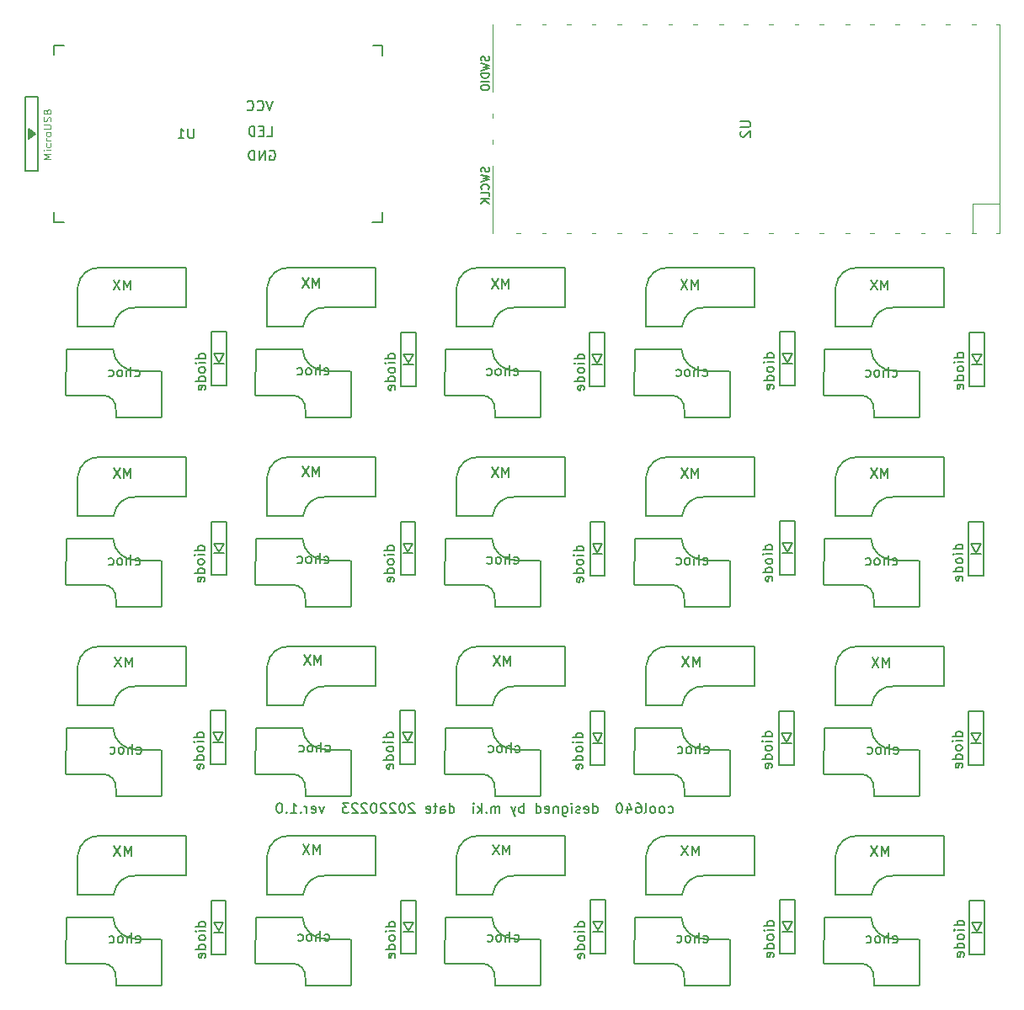
<source format=gbr>
G04 #@! TF.GenerationSoftware,KiCad,Pcbnew,(5.1.6-0-10_14)*
G04 #@! TF.CreationDate,2022-02-23T18:14:53+09:00*
G04 #@! TF.ProjectId,cool640,636f6f6c-3634-4302-9e6b-696361645f70,rev?*
G04 #@! TF.SameCoordinates,Original*
G04 #@! TF.FileFunction,Legend,Bot*
G04 #@! TF.FilePolarity,Positive*
%FSLAX46Y46*%
G04 Gerber Fmt 4.6, Leading zero omitted, Abs format (unit mm)*
G04 Created by KiCad (PCBNEW (5.1.6-0-10_14)) date 2022-02-23 18:14:53*
%MOMM*%
%LPD*%
G01*
G04 APERTURE LIST*
%ADD10C,0.150000*%
%ADD11C,0.120000*%
G04 APERTURE END LIST*
D10*
X53262380Y-48014761D02*
X53357619Y-48062380D01*
X53548095Y-48062380D01*
X53643333Y-48014761D01*
X53690952Y-47967142D01*
X53738571Y-47871904D01*
X53738571Y-47586190D01*
X53690952Y-47490952D01*
X53643333Y-47443333D01*
X53548095Y-47395714D01*
X53357619Y-47395714D01*
X53262380Y-47443333D01*
X52690952Y-48062380D02*
X52786190Y-48014761D01*
X52833809Y-47967142D01*
X52881428Y-47871904D01*
X52881428Y-47586190D01*
X52833809Y-47490952D01*
X52786190Y-47443333D01*
X52690952Y-47395714D01*
X52548095Y-47395714D01*
X52452857Y-47443333D01*
X52405238Y-47490952D01*
X52357619Y-47586190D01*
X52357619Y-47871904D01*
X52405238Y-47967142D01*
X52452857Y-48014761D01*
X52548095Y-48062380D01*
X52690952Y-48062380D01*
X51786190Y-48062380D02*
X51881428Y-48014761D01*
X51929047Y-47967142D01*
X51976666Y-47871904D01*
X51976666Y-47586190D01*
X51929047Y-47490952D01*
X51881428Y-47443333D01*
X51786190Y-47395714D01*
X51643333Y-47395714D01*
X51548095Y-47443333D01*
X51500476Y-47490952D01*
X51452857Y-47586190D01*
X51452857Y-47871904D01*
X51500476Y-47967142D01*
X51548095Y-48014761D01*
X51643333Y-48062380D01*
X51786190Y-48062380D01*
X50881428Y-48062380D02*
X50976666Y-48014761D01*
X51024285Y-47919523D01*
X51024285Y-47062380D01*
X50071904Y-47062380D02*
X50262380Y-47062380D01*
X50357619Y-47110000D01*
X50405238Y-47157619D01*
X50500476Y-47300476D01*
X50548095Y-47490952D01*
X50548095Y-47871904D01*
X50500476Y-47967142D01*
X50452857Y-48014761D01*
X50357619Y-48062380D01*
X50167142Y-48062380D01*
X50071904Y-48014761D01*
X50024285Y-47967142D01*
X49976666Y-47871904D01*
X49976666Y-47633809D01*
X50024285Y-47538571D01*
X50071904Y-47490952D01*
X50167142Y-47443333D01*
X50357619Y-47443333D01*
X50452857Y-47490952D01*
X50500476Y-47538571D01*
X50548095Y-47633809D01*
X49119523Y-47395714D02*
X49119523Y-48062380D01*
X49357619Y-47014761D02*
X49595714Y-47729047D01*
X48976666Y-47729047D01*
X48405238Y-47062380D02*
X48309999Y-47062380D01*
X48214761Y-47110000D01*
X48167142Y-47157619D01*
X48119523Y-47252857D01*
X48071904Y-47443333D01*
X48071904Y-47681428D01*
X48119523Y-47871904D01*
X48167142Y-47967142D01*
X48214761Y-48014761D01*
X48309999Y-48062380D01*
X48405238Y-48062380D01*
X48500476Y-48014761D01*
X48548095Y-47967142D01*
X48595714Y-47871904D01*
X48643333Y-47681428D01*
X48643333Y-47443333D01*
X48595714Y-47252857D01*
X48548095Y-47157619D01*
X48500476Y-47110000D01*
X48405238Y-47062380D01*
X45690952Y-48062380D02*
X45690952Y-47062380D01*
X45690952Y-48014761D02*
X45786190Y-48062380D01*
X45976666Y-48062380D01*
X46071904Y-48014761D01*
X46119523Y-47967142D01*
X46167142Y-47871904D01*
X46167142Y-47586190D01*
X46119523Y-47490952D01*
X46071904Y-47443333D01*
X45976666Y-47395714D01*
X45786190Y-47395714D01*
X45690952Y-47443333D01*
X44833809Y-48014761D02*
X44929047Y-48062380D01*
X45119523Y-48062380D01*
X45214761Y-48014761D01*
X45262380Y-47919523D01*
X45262380Y-47538571D01*
X45214761Y-47443333D01*
X45119523Y-47395714D01*
X44929047Y-47395714D01*
X44833809Y-47443333D01*
X44786190Y-47538571D01*
X44786190Y-47633809D01*
X45262380Y-47729047D01*
X44405238Y-48014761D02*
X44309999Y-48062380D01*
X44119523Y-48062380D01*
X44024285Y-48014761D01*
X43976666Y-47919523D01*
X43976666Y-47871904D01*
X44024285Y-47776666D01*
X44119523Y-47729047D01*
X44262380Y-47729047D01*
X44357619Y-47681428D01*
X44405238Y-47586190D01*
X44405238Y-47538571D01*
X44357619Y-47443333D01*
X44262380Y-47395714D01*
X44119523Y-47395714D01*
X44024285Y-47443333D01*
X43548095Y-48062380D02*
X43548095Y-47395714D01*
X43548095Y-47062380D02*
X43595714Y-47110000D01*
X43548095Y-47157619D01*
X43500476Y-47110000D01*
X43548095Y-47062380D01*
X43548095Y-47157619D01*
X42643333Y-47395714D02*
X42643333Y-48205238D01*
X42690952Y-48300476D01*
X42738571Y-48348095D01*
X42833809Y-48395714D01*
X42976666Y-48395714D01*
X43071904Y-48348095D01*
X42643333Y-48014761D02*
X42738571Y-48062380D01*
X42929047Y-48062380D01*
X43024285Y-48014761D01*
X43071904Y-47967142D01*
X43119523Y-47871904D01*
X43119523Y-47586190D01*
X43071904Y-47490952D01*
X43024285Y-47443333D01*
X42929047Y-47395714D01*
X42738571Y-47395714D01*
X42643333Y-47443333D01*
X42167142Y-47395714D02*
X42167142Y-48062380D01*
X42167142Y-47490952D02*
X42119523Y-47443333D01*
X42024285Y-47395714D01*
X41881428Y-47395714D01*
X41786190Y-47443333D01*
X41738571Y-47538571D01*
X41738571Y-48062380D01*
X40881428Y-48014761D02*
X40976666Y-48062380D01*
X41167142Y-48062380D01*
X41262380Y-48014761D01*
X41309999Y-47919523D01*
X41309999Y-47538571D01*
X41262380Y-47443333D01*
X41167142Y-47395714D01*
X40976666Y-47395714D01*
X40881428Y-47443333D01*
X40833809Y-47538571D01*
X40833809Y-47633809D01*
X41309999Y-47729047D01*
X39976666Y-48062380D02*
X39976666Y-47062380D01*
X39976666Y-48014761D02*
X40071904Y-48062380D01*
X40262380Y-48062380D01*
X40357619Y-48014761D01*
X40405238Y-47967142D01*
X40452857Y-47871904D01*
X40452857Y-47586190D01*
X40405238Y-47490952D01*
X40357619Y-47443333D01*
X40262380Y-47395714D01*
X40071904Y-47395714D01*
X39976666Y-47443333D01*
X38738571Y-48062380D02*
X38738571Y-47062380D01*
X38738571Y-47443333D02*
X38643333Y-47395714D01*
X38452857Y-47395714D01*
X38357619Y-47443333D01*
X38309999Y-47490952D01*
X38262380Y-47586190D01*
X38262380Y-47871904D01*
X38309999Y-47967142D01*
X38357619Y-48014761D01*
X38452857Y-48062380D01*
X38643333Y-48062380D01*
X38738571Y-48014761D01*
X37929047Y-47395714D02*
X37690952Y-48062380D01*
X37452857Y-47395714D02*
X37690952Y-48062380D01*
X37786190Y-48300476D01*
X37833809Y-48348095D01*
X37929047Y-48395714D01*
X36309999Y-48062380D02*
X36309999Y-47395714D01*
X36309999Y-47490952D02*
X36262380Y-47443333D01*
X36167142Y-47395714D01*
X36024285Y-47395714D01*
X35929047Y-47443333D01*
X35881428Y-47538571D01*
X35881428Y-48062380D01*
X35881428Y-47538571D02*
X35833809Y-47443333D01*
X35738571Y-47395714D01*
X35595714Y-47395714D01*
X35500476Y-47443333D01*
X35452857Y-47538571D01*
X35452857Y-48062380D01*
X34976666Y-47967142D02*
X34929047Y-48014761D01*
X34976666Y-48062380D01*
X35024285Y-48014761D01*
X34976666Y-47967142D01*
X34976666Y-48062380D01*
X34500476Y-48062380D02*
X34500476Y-47062380D01*
X34405238Y-47681428D02*
X34119523Y-48062380D01*
X34119523Y-47395714D02*
X34500476Y-47776666D01*
X33690952Y-48062380D02*
X33690952Y-47395714D01*
X33690952Y-47062380D02*
X33738571Y-47110000D01*
X33690952Y-47157619D01*
X33643333Y-47110000D01*
X33690952Y-47062380D01*
X33690952Y-47157619D01*
X31262380Y-48062380D02*
X31262380Y-47062380D01*
X31262380Y-48014761D02*
X31357619Y-48062380D01*
X31548095Y-48062380D01*
X31643333Y-48014761D01*
X31690952Y-47967142D01*
X31738571Y-47871904D01*
X31738571Y-47586190D01*
X31690952Y-47490952D01*
X31643333Y-47443333D01*
X31548095Y-47395714D01*
X31357619Y-47395714D01*
X31262380Y-47443333D01*
X30357619Y-48062380D02*
X30357619Y-47538571D01*
X30405238Y-47443333D01*
X30500476Y-47395714D01*
X30690952Y-47395714D01*
X30786190Y-47443333D01*
X30357619Y-48014761D02*
X30452857Y-48062380D01*
X30690952Y-48062380D01*
X30786190Y-48014761D01*
X30833809Y-47919523D01*
X30833809Y-47824285D01*
X30786190Y-47729047D01*
X30690952Y-47681428D01*
X30452857Y-47681428D01*
X30357619Y-47633809D01*
X30024285Y-47395714D02*
X29643333Y-47395714D01*
X29881428Y-47062380D02*
X29881428Y-47919523D01*
X29833809Y-48014761D01*
X29738571Y-48062380D01*
X29643333Y-48062380D01*
X28929047Y-48014761D02*
X29024285Y-48062380D01*
X29214761Y-48062380D01*
X29309999Y-48014761D01*
X29357619Y-47919523D01*
X29357619Y-47538571D01*
X29309999Y-47443333D01*
X29214761Y-47395714D01*
X29024285Y-47395714D01*
X28929047Y-47443333D01*
X28881428Y-47538571D01*
X28881428Y-47633809D01*
X29357619Y-47729047D01*
X27738571Y-47157619D02*
X27690952Y-47110000D01*
X27595714Y-47062380D01*
X27357619Y-47062380D01*
X27262380Y-47110000D01*
X27214761Y-47157619D01*
X27167142Y-47252857D01*
X27167142Y-47348095D01*
X27214761Y-47490952D01*
X27786190Y-48062380D01*
X27167142Y-48062380D01*
X26548095Y-47062380D02*
X26452857Y-47062380D01*
X26357619Y-47110000D01*
X26310000Y-47157619D01*
X26262380Y-47252857D01*
X26214761Y-47443333D01*
X26214761Y-47681428D01*
X26262380Y-47871904D01*
X26310000Y-47967142D01*
X26357619Y-48014761D01*
X26452857Y-48062380D01*
X26548095Y-48062380D01*
X26643333Y-48014761D01*
X26690952Y-47967142D01*
X26738571Y-47871904D01*
X26786190Y-47681428D01*
X26786190Y-47443333D01*
X26738571Y-47252857D01*
X26690952Y-47157619D01*
X26643333Y-47110000D01*
X26548095Y-47062380D01*
X25833809Y-47157619D02*
X25786190Y-47110000D01*
X25690952Y-47062380D01*
X25452857Y-47062380D01*
X25357619Y-47110000D01*
X25310000Y-47157619D01*
X25262380Y-47252857D01*
X25262380Y-47348095D01*
X25310000Y-47490952D01*
X25881428Y-48062380D01*
X25262380Y-48062380D01*
X24881428Y-47157619D02*
X24833809Y-47110000D01*
X24738571Y-47062380D01*
X24500476Y-47062380D01*
X24405238Y-47110000D01*
X24357619Y-47157619D01*
X24310000Y-47252857D01*
X24310000Y-47348095D01*
X24357619Y-47490952D01*
X24929047Y-48062380D01*
X24310000Y-48062380D01*
X23690952Y-47062380D02*
X23595714Y-47062380D01*
X23500476Y-47110000D01*
X23452857Y-47157619D01*
X23405238Y-47252857D01*
X23357619Y-47443333D01*
X23357619Y-47681428D01*
X23405238Y-47871904D01*
X23452857Y-47967142D01*
X23500476Y-48014761D01*
X23595714Y-48062380D01*
X23690952Y-48062380D01*
X23786190Y-48014761D01*
X23833809Y-47967142D01*
X23881428Y-47871904D01*
X23929047Y-47681428D01*
X23929047Y-47443333D01*
X23881428Y-47252857D01*
X23833809Y-47157619D01*
X23786190Y-47110000D01*
X23690952Y-47062380D01*
X22976666Y-47157619D02*
X22929047Y-47110000D01*
X22833809Y-47062380D01*
X22595714Y-47062380D01*
X22500476Y-47110000D01*
X22452857Y-47157619D01*
X22405238Y-47252857D01*
X22405238Y-47348095D01*
X22452857Y-47490952D01*
X23024285Y-48062380D01*
X22405238Y-48062380D01*
X22024285Y-47157619D02*
X21976666Y-47110000D01*
X21881428Y-47062380D01*
X21643333Y-47062380D01*
X21548095Y-47110000D01*
X21500476Y-47157619D01*
X21452857Y-47252857D01*
X21452857Y-47348095D01*
X21500476Y-47490952D01*
X22071904Y-48062380D01*
X21452857Y-48062380D01*
X21119523Y-47062380D02*
X20500476Y-47062380D01*
X20833809Y-47443333D01*
X20690952Y-47443333D01*
X20595714Y-47490952D01*
X20548095Y-47538571D01*
X20500476Y-47633809D01*
X20500476Y-47871904D01*
X20548095Y-47967142D01*
X20595714Y-48014761D01*
X20690952Y-48062380D01*
X20976666Y-48062380D01*
X21071904Y-48014761D01*
X21119523Y-47967142D01*
X18643333Y-47395714D02*
X18405238Y-48062380D01*
X18167142Y-47395714D01*
X17405238Y-48014761D02*
X17500476Y-48062380D01*
X17690952Y-48062380D01*
X17786190Y-48014761D01*
X17833809Y-47919523D01*
X17833809Y-47538571D01*
X17786190Y-47443333D01*
X17690952Y-47395714D01*
X17500476Y-47395714D01*
X17405238Y-47443333D01*
X17357619Y-47538571D01*
X17357619Y-47633809D01*
X17833809Y-47729047D01*
X16929047Y-48062380D02*
X16929047Y-47395714D01*
X16929047Y-47586190D02*
X16881428Y-47490952D01*
X16833809Y-47443333D01*
X16738571Y-47395714D01*
X16643333Y-47395714D01*
X16310000Y-47967142D02*
X16262380Y-48014761D01*
X16310000Y-48062380D01*
X16357619Y-48014761D01*
X16310000Y-47967142D01*
X16310000Y-48062380D01*
X15310000Y-48062380D02*
X15881428Y-48062380D01*
X15595714Y-48062380D02*
X15595714Y-47062380D01*
X15690952Y-47205238D01*
X15786190Y-47300476D01*
X15881428Y-47348095D01*
X14881428Y-47967142D02*
X14833809Y-48014761D01*
X14881428Y-48062380D01*
X14929047Y-48014761D01*
X14881428Y-47967142D01*
X14881428Y-48062380D01*
X14214761Y-47062380D02*
X14119523Y-47062380D01*
X14024285Y-47110000D01*
X13976666Y-47157619D01*
X13929047Y-47252857D01*
X13881428Y-47443333D01*
X13881428Y-47681428D01*
X13929047Y-47871904D01*
X13976666Y-47967142D01*
X14024285Y-48014761D01*
X14119523Y-48062380D01*
X14214761Y-48062380D01*
X14310000Y-48014761D01*
X14357619Y-47967142D01*
X14405238Y-47871904D01*
X14452857Y-47681428D01*
X14452857Y-47443333D01*
X14405238Y-47252857D01*
X14357619Y-47157619D01*
X14310000Y-47110000D01*
X14214761Y-47062380D01*
X37715238Y-22924761D02*
X37810476Y-22972380D01*
X38000952Y-22972380D01*
X38096190Y-22924761D01*
X38143809Y-22877142D01*
X38191428Y-22781904D01*
X38191428Y-22496190D01*
X38143809Y-22400952D01*
X38096190Y-22353333D01*
X38000952Y-22305714D01*
X37810476Y-22305714D01*
X37715238Y-22353333D01*
X37286666Y-22972380D02*
X37286666Y-21972380D01*
X36858095Y-22972380D02*
X36858095Y-22448571D01*
X36905714Y-22353333D01*
X37000952Y-22305714D01*
X37143809Y-22305714D01*
X37239047Y-22353333D01*
X37286666Y-22400952D01*
X36239047Y-22972380D02*
X36334285Y-22924761D01*
X36381904Y-22877142D01*
X36429523Y-22781904D01*
X36429523Y-22496190D01*
X36381904Y-22400952D01*
X36334285Y-22353333D01*
X36239047Y-22305714D01*
X36096190Y-22305714D01*
X36000952Y-22353333D01*
X35953333Y-22400952D01*
X35905714Y-22496190D01*
X35905714Y-22781904D01*
X35953333Y-22877142D01*
X36000952Y-22924761D01*
X36096190Y-22972380D01*
X36239047Y-22972380D01*
X35048571Y-22924761D02*
X35143809Y-22972380D01*
X35334285Y-22972380D01*
X35429523Y-22924761D01*
X35477142Y-22877142D01*
X35524761Y-22781904D01*
X35524761Y-22496190D01*
X35477142Y-22400952D01*
X35429523Y-22353333D01*
X35334285Y-22305714D01*
X35143809Y-22305714D01*
X35048571Y-22353333D01*
X18655238Y-22874761D02*
X18750476Y-22922380D01*
X18940952Y-22922380D01*
X19036190Y-22874761D01*
X19083809Y-22827142D01*
X19131428Y-22731904D01*
X19131428Y-22446190D01*
X19083809Y-22350952D01*
X19036190Y-22303333D01*
X18940952Y-22255714D01*
X18750476Y-22255714D01*
X18655238Y-22303333D01*
X18226666Y-22922380D02*
X18226666Y-21922380D01*
X17798095Y-22922380D02*
X17798095Y-22398571D01*
X17845714Y-22303333D01*
X17940952Y-22255714D01*
X18083809Y-22255714D01*
X18179047Y-22303333D01*
X18226666Y-22350952D01*
X17179047Y-22922380D02*
X17274285Y-22874761D01*
X17321904Y-22827142D01*
X17369523Y-22731904D01*
X17369523Y-22446190D01*
X17321904Y-22350952D01*
X17274285Y-22303333D01*
X17179047Y-22255714D01*
X17036190Y-22255714D01*
X16940952Y-22303333D01*
X16893333Y-22350952D01*
X16845714Y-22446190D01*
X16845714Y-22731904D01*
X16893333Y-22827142D01*
X16940952Y-22874761D01*
X17036190Y-22922380D01*
X17179047Y-22922380D01*
X15988571Y-22874761D02*
X16083809Y-22922380D01*
X16274285Y-22922380D01*
X16369523Y-22874761D01*
X16417142Y-22827142D01*
X16464761Y-22731904D01*
X16464761Y-22446190D01*
X16417142Y-22350952D01*
X16369523Y-22303333D01*
X16274285Y-22255714D01*
X16083809Y-22255714D01*
X15988571Y-22303333D01*
X37705238Y-3974761D02*
X37800476Y-4022380D01*
X37990952Y-4022380D01*
X38086190Y-3974761D01*
X38133809Y-3927142D01*
X38181428Y-3831904D01*
X38181428Y-3546190D01*
X38133809Y-3450952D01*
X38086190Y-3403333D01*
X37990952Y-3355714D01*
X37800476Y-3355714D01*
X37705238Y-3403333D01*
X37276666Y-4022380D02*
X37276666Y-3022380D01*
X36848095Y-4022380D02*
X36848095Y-3498571D01*
X36895714Y-3403333D01*
X36990952Y-3355714D01*
X37133809Y-3355714D01*
X37229047Y-3403333D01*
X37276666Y-3450952D01*
X36229047Y-4022380D02*
X36324285Y-3974761D01*
X36371904Y-3927142D01*
X36419523Y-3831904D01*
X36419523Y-3546190D01*
X36371904Y-3450952D01*
X36324285Y-3403333D01*
X36229047Y-3355714D01*
X36086190Y-3355714D01*
X35990952Y-3403333D01*
X35943333Y-3450952D01*
X35895714Y-3546190D01*
X35895714Y-3831904D01*
X35943333Y-3927142D01*
X35990952Y-3974761D01*
X36086190Y-4022380D01*
X36229047Y-4022380D01*
X35038571Y-3974761D02*
X35133809Y-4022380D01*
X35324285Y-4022380D01*
X35419523Y-3974761D01*
X35467142Y-3927142D01*
X35514761Y-3831904D01*
X35514761Y-3546190D01*
X35467142Y-3450952D01*
X35419523Y-3403333D01*
X35324285Y-3355714D01*
X35133809Y-3355714D01*
X35038571Y-3403333D01*
X18645238Y-3924761D02*
X18740476Y-3972380D01*
X18930952Y-3972380D01*
X19026190Y-3924761D01*
X19073809Y-3877142D01*
X19121428Y-3781904D01*
X19121428Y-3496190D01*
X19073809Y-3400952D01*
X19026190Y-3353333D01*
X18930952Y-3305714D01*
X18740476Y-3305714D01*
X18645238Y-3353333D01*
X18216666Y-3972380D02*
X18216666Y-2972380D01*
X17788095Y-3972380D02*
X17788095Y-3448571D01*
X17835714Y-3353333D01*
X17930952Y-3305714D01*
X18073809Y-3305714D01*
X18169047Y-3353333D01*
X18216666Y-3400952D01*
X17169047Y-3972380D02*
X17264285Y-3924761D01*
X17311904Y-3877142D01*
X17359523Y-3781904D01*
X17359523Y-3496190D01*
X17311904Y-3400952D01*
X17264285Y-3353333D01*
X17169047Y-3305714D01*
X17026190Y-3305714D01*
X16930952Y-3353333D01*
X16883333Y-3400952D01*
X16835714Y-3496190D01*
X16835714Y-3781904D01*
X16883333Y-3877142D01*
X16930952Y-3924761D01*
X17026190Y-3972380D01*
X17169047Y-3972380D01*
X15978571Y-3924761D02*
X16073809Y-3972380D01*
X16264285Y-3972380D01*
X16359523Y-3924761D01*
X16407142Y-3877142D01*
X16454761Y-3781904D01*
X16454761Y-3496190D01*
X16407142Y-3400952D01*
X16359523Y-3353333D01*
X16264285Y-3305714D01*
X16073809Y-3305714D01*
X15978571Y-3353333D01*
X75795238Y-23064761D02*
X75890476Y-23112380D01*
X76080952Y-23112380D01*
X76176190Y-23064761D01*
X76223809Y-23017142D01*
X76271428Y-22921904D01*
X76271428Y-22636190D01*
X76223809Y-22540952D01*
X76176190Y-22493333D01*
X76080952Y-22445714D01*
X75890476Y-22445714D01*
X75795238Y-22493333D01*
X75366666Y-23112380D02*
X75366666Y-22112380D01*
X74938095Y-23112380D02*
X74938095Y-22588571D01*
X74985714Y-22493333D01*
X75080952Y-22445714D01*
X75223809Y-22445714D01*
X75319047Y-22493333D01*
X75366666Y-22540952D01*
X74319047Y-23112380D02*
X74414285Y-23064761D01*
X74461904Y-23017142D01*
X74509523Y-22921904D01*
X74509523Y-22636190D01*
X74461904Y-22540952D01*
X74414285Y-22493333D01*
X74319047Y-22445714D01*
X74176190Y-22445714D01*
X74080952Y-22493333D01*
X74033333Y-22540952D01*
X73985714Y-22636190D01*
X73985714Y-22921904D01*
X74033333Y-23017142D01*
X74080952Y-23064761D01*
X74176190Y-23112380D01*
X74319047Y-23112380D01*
X73128571Y-23064761D02*
X73223809Y-23112380D01*
X73414285Y-23112380D01*
X73509523Y-23064761D01*
X73557142Y-23017142D01*
X73604761Y-22921904D01*
X73604761Y-22636190D01*
X73557142Y-22540952D01*
X73509523Y-22493333D01*
X73414285Y-22445714D01*
X73223809Y-22445714D01*
X73128571Y-22493333D01*
X56259523Y-14332380D02*
X56259523Y-13332380D01*
X55926190Y-14046666D01*
X55592857Y-13332380D01*
X55592857Y-14332380D01*
X55211904Y-13332380D02*
X54545238Y-14332380D01*
X54545238Y-13332380D02*
X55211904Y-14332380D01*
X37229523Y4707619D02*
X37229523Y5707619D01*
X36896190Y4993333D01*
X36562857Y5707619D01*
X36562857Y4707619D01*
X36181904Y5707619D02*
X35515238Y4707619D01*
X35515238Y5707619D02*
X36181904Y4707619D01*
X-334761Y-23054761D02*
X-239523Y-23102380D01*
X-49047Y-23102380D01*
X46190Y-23054761D01*
X93809Y-23007142D01*
X141428Y-22911904D01*
X141428Y-22626190D01*
X93809Y-22530952D01*
X46190Y-22483333D01*
X-49047Y-22435714D01*
X-239523Y-22435714D01*
X-334761Y-22483333D01*
X-763333Y-23102380D02*
X-763333Y-22102380D01*
X-1191904Y-23102380D02*
X-1191904Y-22578571D01*
X-1144285Y-22483333D01*
X-1049047Y-22435714D01*
X-906190Y-22435714D01*
X-810952Y-22483333D01*
X-763333Y-22530952D01*
X-1810952Y-23102380D02*
X-1715714Y-23054761D01*
X-1668095Y-23007142D01*
X-1620476Y-22911904D01*
X-1620476Y-22626190D01*
X-1668095Y-22530952D01*
X-1715714Y-22483333D01*
X-1810952Y-22435714D01*
X-1953809Y-22435714D01*
X-2049047Y-22483333D01*
X-2096666Y-22530952D01*
X-2144285Y-22626190D01*
X-2144285Y-22911904D01*
X-2096666Y-23007142D01*
X-2049047Y-23054761D01*
X-1953809Y-23102380D01*
X-1810952Y-23102380D01*
X-3001428Y-23054761D02*
X-2906190Y-23102380D01*
X-2715714Y-23102380D01*
X-2620476Y-23054761D01*
X-2572857Y-23007142D01*
X-2525238Y-22911904D01*
X-2525238Y-22626190D01*
X-2572857Y-22530952D01*
X-2620476Y-22483333D01*
X-2715714Y-22435714D01*
X-2906190Y-22435714D01*
X-3001428Y-22483333D01*
X56735238Y-23014761D02*
X56830476Y-23062380D01*
X57020952Y-23062380D01*
X57116190Y-23014761D01*
X57163809Y-22967142D01*
X57211428Y-22871904D01*
X57211428Y-22586190D01*
X57163809Y-22490952D01*
X57116190Y-22443333D01*
X57020952Y-22395714D01*
X56830476Y-22395714D01*
X56735238Y-22443333D01*
X56306666Y-23062380D02*
X56306666Y-22062380D01*
X55878095Y-23062380D02*
X55878095Y-22538571D01*
X55925714Y-22443333D01*
X56020952Y-22395714D01*
X56163809Y-22395714D01*
X56259047Y-22443333D01*
X56306666Y-22490952D01*
X55259047Y-23062380D02*
X55354285Y-23014761D01*
X55401904Y-22967142D01*
X55449523Y-22871904D01*
X55449523Y-22586190D01*
X55401904Y-22490952D01*
X55354285Y-22443333D01*
X55259047Y-22395714D01*
X55116190Y-22395714D01*
X55020952Y-22443333D01*
X54973333Y-22490952D01*
X54925714Y-22586190D01*
X54925714Y-22871904D01*
X54973333Y-22967142D01*
X55020952Y-23014761D01*
X55116190Y-23062380D01*
X55259047Y-23062380D01*
X54068571Y-23014761D02*
X54163809Y-23062380D01*
X54354285Y-23062380D01*
X54449523Y-23014761D01*
X54497142Y-22967142D01*
X54544761Y-22871904D01*
X54544761Y-22586190D01*
X54497142Y-22490952D01*
X54449523Y-22443333D01*
X54354285Y-22395714D01*
X54163809Y-22395714D01*
X54068571Y-22443333D01*
X82992380Y-59352857D02*
X81992380Y-59352857D01*
X82944761Y-59352857D02*
X82992380Y-59257619D01*
X82992380Y-59067142D01*
X82944761Y-58971904D01*
X82897142Y-58924285D01*
X82801904Y-58876666D01*
X82516190Y-58876666D01*
X82420952Y-58924285D01*
X82373333Y-58971904D01*
X82325714Y-59067142D01*
X82325714Y-59257619D01*
X82373333Y-59352857D01*
X82992380Y-59829047D02*
X82325714Y-59829047D01*
X81992380Y-59829047D02*
X82040000Y-59781428D01*
X82087619Y-59829047D01*
X82040000Y-59876666D01*
X81992380Y-59829047D01*
X82087619Y-59829047D01*
X82992380Y-60448095D02*
X82944761Y-60352857D01*
X82897142Y-60305238D01*
X82801904Y-60257619D01*
X82516190Y-60257619D01*
X82420952Y-60305238D01*
X82373333Y-60352857D01*
X82325714Y-60448095D01*
X82325714Y-60590952D01*
X82373333Y-60686190D01*
X82420952Y-60733809D01*
X82516190Y-60781428D01*
X82801904Y-60781428D01*
X82897142Y-60733809D01*
X82944761Y-60686190D01*
X82992380Y-60590952D01*
X82992380Y-60448095D01*
X82992380Y-61638571D02*
X81992380Y-61638571D01*
X82944761Y-61638571D02*
X82992380Y-61543333D01*
X82992380Y-61352857D01*
X82944761Y-61257619D01*
X82897142Y-61210000D01*
X82801904Y-61162380D01*
X82516190Y-61162380D01*
X82420952Y-61210000D01*
X82373333Y-61257619D01*
X82325714Y-61352857D01*
X82325714Y-61543333D01*
X82373333Y-61638571D01*
X82944761Y-62495714D02*
X82992380Y-62400476D01*
X82992380Y-62210000D01*
X82944761Y-62114761D01*
X82849523Y-62067142D01*
X82468571Y-62067142D01*
X82373333Y-62114761D01*
X82325714Y-62210000D01*
X82325714Y-62400476D01*
X82373333Y-62495714D01*
X82468571Y-62543333D01*
X82563809Y-62543333D01*
X82659047Y-62067142D01*
X18169523Y4757619D02*
X18169523Y5757619D01*
X17836190Y5043333D01*
X17502857Y5757619D01*
X17502857Y4757619D01*
X17121904Y5757619D02*
X16455238Y4757619D01*
X16455238Y5757619D02*
X17121904Y4757619D01*
X18179523Y-14192380D02*
X18179523Y-13192380D01*
X17846190Y-13906666D01*
X17512857Y-13192380D01*
X17512857Y-14192380D01*
X17131904Y-13192380D02*
X16465238Y-14192380D01*
X16465238Y-13192380D02*
X17131904Y-14192380D01*
X37239523Y-14242380D02*
X37239523Y-13242380D01*
X36906190Y-13956666D01*
X36572857Y-13242380D01*
X36572857Y-14242380D01*
X36191904Y-13242380D02*
X35525238Y-14242380D01*
X35525238Y-13242380D02*
X36191904Y-14242380D01*
X-810476Y-14372380D02*
X-810476Y-13372380D01*
X-1143809Y-14086666D01*
X-1477142Y-13372380D01*
X-1477142Y-14372380D01*
X-1858095Y-13372380D02*
X-2524761Y-14372380D01*
X-2524761Y-13372380D02*
X-1858095Y-14372380D01*
X75319523Y-14382380D02*
X75319523Y-13382380D01*
X74986190Y-14096666D01*
X74652857Y-13382380D01*
X74652857Y-14382380D01*
X74271904Y-13382380D02*
X73605238Y-14382380D01*
X73605238Y-13382380D02*
X74271904Y-14382380D01*
X82812380Y-40322857D02*
X81812380Y-40322857D01*
X82764761Y-40322857D02*
X82812380Y-40227619D01*
X82812380Y-40037142D01*
X82764761Y-39941904D01*
X82717142Y-39894285D01*
X82621904Y-39846666D01*
X82336190Y-39846666D01*
X82240952Y-39894285D01*
X82193333Y-39941904D01*
X82145714Y-40037142D01*
X82145714Y-40227619D01*
X82193333Y-40322857D01*
X82812380Y-40799047D02*
X82145714Y-40799047D01*
X81812380Y-40799047D02*
X81860000Y-40751428D01*
X81907619Y-40799047D01*
X81860000Y-40846666D01*
X81812380Y-40799047D01*
X81907619Y-40799047D01*
X82812380Y-41418095D02*
X82764761Y-41322857D01*
X82717142Y-41275238D01*
X82621904Y-41227619D01*
X82336190Y-41227619D01*
X82240952Y-41275238D01*
X82193333Y-41322857D01*
X82145714Y-41418095D01*
X82145714Y-41560952D01*
X82193333Y-41656190D01*
X82240952Y-41703809D01*
X82336190Y-41751428D01*
X82621904Y-41751428D01*
X82717142Y-41703809D01*
X82764761Y-41656190D01*
X82812380Y-41560952D01*
X82812380Y-41418095D01*
X82812380Y-42608571D02*
X81812380Y-42608571D01*
X82764761Y-42608571D02*
X82812380Y-42513333D01*
X82812380Y-42322857D01*
X82764761Y-42227619D01*
X82717142Y-42180000D01*
X82621904Y-42132380D01*
X82336190Y-42132380D01*
X82240952Y-42180000D01*
X82193333Y-42227619D01*
X82145714Y-42322857D01*
X82145714Y-42513333D01*
X82193333Y-42608571D01*
X82764761Y-43465714D02*
X82812380Y-43370476D01*
X82812380Y-43180000D01*
X82764761Y-43084761D01*
X82669523Y-43037142D01*
X82288571Y-43037142D01*
X82193333Y-43084761D01*
X82145714Y-43180000D01*
X82145714Y-43370476D01*
X82193333Y-43465714D01*
X82288571Y-43513333D01*
X82383809Y-43513333D01*
X82479047Y-43037142D01*
X63842380Y-2242857D02*
X62842380Y-2242857D01*
X63794761Y-2242857D02*
X63842380Y-2147619D01*
X63842380Y-1957142D01*
X63794761Y-1861904D01*
X63747142Y-1814285D01*
X63651904Y-1766666D01*
X63366190Y-1766666D01*
X63270952Y-1814285D01*
X63223333Y-1861904D01*
X63175714Y-1957142D01*
X63175714Y-2147619D01*
X63223333Y-2242857D01*
X63842380Y-2719047D02*
X63175714Y-2719047D01*
X62842380Y-2719047D02*
X62890000Y-2671428D01*
X62937619Y-2719047D01*
X62890000Y-2766666D01*
X62842380Y-2719047D01*
X62937619Y-2719047D01*
X63842380Y-3338095D02*
X63794761Y-3242857D01*
X63747142Y-3195238D01*
X63651904Y-3147619D01*
X63366190Y-3147619D01*
X63270952Y-3195238D01*
X63223333Y-3242857D01*
X63175714Y-3338095D01*
X63175714Y-3480952D01*
X63223333Y-3576190D01*
X63270952Y-3623809D01*
X63366190Y-3671428D01*
X63651904Y-3671428D01*
X63747142Y-3623809D01*
X63794761Y-3576190D01*
X63842380Y-3480952D01*
X63842380Y-3338095D01*
X63842380Y-4528571D02*
X62842380Y-4528571D01*
X63794761Y-4528571D02*
X63842380Y-4433333D01*
X63842380Y-4242857D01*
X63794761Y-4147619D01*
X63747142Y-4100000D01*
X63651904Y-4052380D01*
X63366190Y-4052380D01*
X63270952Y-4100000D01*
X63223333Y-4147619D01*
X63175714Y-4242857D01*
X63175714Y-4433333D01*
X63223333Y-4528571D01*
X63794761Y-5385714D02*
X63842380Y-5290476D01*
X63842380Y-5100000D01*
X63794761Y-5004761D01*
X63699523Y-4957142D01*
X63318571Y-4957142D01*
X63223333Y-5004761D01*
X63175714Y-5100000D01*
X63175714Y-5290476D01*
X63223333Y-5385714D01*
X63318571Y-5433333D01*
X63413809Y-5433333D01*
X63509047Y-4957142D01*
X63862380Y-59382857D02*
X62862380Y-59382857D01*
X63814761Y-59382857D02*
X63862380Y-59287619D01*
X63862380Y-59097142D01*
X63814761Y-59001904D01*
X63767142Y-58954285D01*
X63671904Y-58906666D01*
X63386190Y-58906666D01*
X63290952Y-58954285D01*
X63243333Y-59001904D01*
X63195714Y-59097142D01*
X63195714Y-59287619D01*
X63243333Y-59382857D01*
X63862380Y-59859047D02*
X63195714Y-59859047D01*
X62862380Y-59859047D02*
X62910000Y-59811428D01*
X62957619Y-59859047D01*
X62910000Y-59906666D01*
X62862380Y-59859047D01*
X62957619Y-59859047D01*
X63862380Y-60478095D02*
X63814761Y-60382857D01*
X63767142Y-60335238D01*
X63671904Y-60287619D01*
X63386190Y-60287619D01*
X63290952Y-60335238D01*
X63243333Y-60382857D01*
X63195714Y-60478095D01*
X63195714Y-60620952D01*
X63243333Y-60716190D01*
X63290952Y-60763809D01*
X63386190Y-60811428D01*
X63671904Y-60811428D01*
X63767142Y-60763809D01*
X63814761Y-60716190D01*
X63862380Y-60620952D01*
X63862380Y-60478095D01*
X63862380Y-61668571D02*
X62862380Y-61668571D01*
X63814761Y-61668571D02*
X63862380Y-61573333D01*
X63862380Y-61382857D01*
X63814761Y-61287619D01*
X63767142Y-61240000D01*
X63671904Y-61192380D01*
X63386190Y-61192380D01*
X63290952Y-61240000D01*
X63243333Y-61287619D01*
X63195714Y-61382857D01*
X63195714Y-61573333D01*
X63243333Y-61668571D01*
X63814761Y-62525714D02*
X63862380Y-62430476D01*
X63862380Y-62240000D01*
X63814761Y-62144761D01*
X63719523Y-62097142D01*
X63338571Y-62097142D01*
X63243333Y-62144761D01*
X63195714Y-62240000D01*
X63195714Y-62430476D01*
X63243333Y-62525714D01*
X63338571Y-62573333D01*
X63433809Y-62573333D01*
X63529047Y-62097142D01*
X63682380Y-40352857D02*
X62682380Y-40352857D01*
X63634761Y-40352857D02*
X63682380Y-40257619D01*
X63682380Y-40067142D01*
X63634761Y-39971904D01*
X63587142Y-39924285D01*
X63491904Y-39876666D01*
X63206190Y-39876666D01*
X63110952Y-39924285D01*
X63063333Y-39971904D01*
X63015714Y-40067142D01*
X63015714Y-40257619D01*
X63063333Y-40352857D01*
X63682380Y-40829047D02*
X63015714Y-40829047D01*
X62682380Y-40829047D02*
X62730000Y-40781428D01*
X62777619Y-40829047D01*
X62730000Y-40876666D01*
X62682380Y-40829047D01*
X62777619Y-40829047D01*
X63682380Y-41448095D02*
X63634761Y-41352857D01*
X63587142Y-41305238D01*
X63491904Y-41257619D01*
X63206190Y-41257619D01*
X63110952Y-41305238D01*
X63063333Y-41352857D01*
X63015714Y-41448095D01*
X63015714Y-41590952D01*
X63063333Y-41686190D01*
X63110952Y-41733809D01*
X63206190Y-41781428D01*
X63491904Y-41781428D01*
X63587142Y-41733809D01*
X63634761Y-41686190D01*
X63682380Y-41590952D01*
X63682380Y-41448095D01*
X63682380Y-42638571D02*
X62682380Y-42638571D01*
X63634761Y-42638571D02*
X63682380Y-42543333D01*
X63682380Y-42352857D01*
X63634761Y-42257619D01*
X63587142Y-42210000D01*
X63491904Y-42162380D01*
X63206190Y-42162380D01*
X63110952Y-42210000D01*
X63063333Y-42257619D01*
X63015714Y-42352857D01*
X63015714Y-42543333D01*
X63063333Y-42638571D01*
X63634761Y-43495714D02*
X63682380Y-43400476D01*
X63682380Y-43210000D01*
X63634761Y-43114761D01*
X63539523Y-43067142D01*
X63158571Y-43067142D01*
X63063333Y-43114761D01*
X63015714Y-43210000D01*
X63015714Y-43400476D01*
X63063333Y-43495714D01*
X63158571Y-43543333D01*
X63253809Y-43543333D01*
X63349047Y-43067142D01*
X75785238Y-4114761D02*
X75880476Y-4162380D01*
X76070952Y-4162380D01*
X76166190Y-4114761D01*
X76213809Y-4067142D01*
X76261428Y-3971904D01*
X76261428Y-3686190D01*
X76213809Y-3590952D01*
X76166190Y-3543333D01*
X76070952Y-3495714D01*
X75880476Y-3495714D01*
X75785238Y-3543333D01*
X75356666Y-4162380D02*
X75356666Y-3162380D01*
X74928095Y-4162380D02*
X74928095Y-3638571D01*
X74975714Y-3543333D01*
X75070952Y-3495714D01*
X75213809Y-3495714D01*
X75309047Y-3543333D01*
X75356666Y-3590952D01*
X74309047Y-4162380D02*
X74404285Y-4114761D01*
X74451904Y-4067142D01*
X74499523Y-3971904D01*
X74499523Y-3686190D01*
X74451904Y-3590952D01*
X74404285Y-3543333D01*
X74309047Y-3495714D01*
X74166190Y-3495714D01*
X74070952Y-3543333D01*
X74023333Y-3590952D01*
X73975714Y-3686190D01*
X73975714Y-3971904D01*
X74023333Y-4067142D01*
X74070952Y-4114761D01*
X74166190Y-4162380D01*
X74309047Y-4162380D01*
X73118571Y-4114761D02*
X73213809Y-4162380D01*
X73404285Y-4162380D01*
X73499523Y-4114761D01*
X73547142Y-4067142D01*
X73594761Y-3971904D01*
X73594761Y-3686190D01*
X73547142Y-3590952D01*
X73499523Y-3543333D01*
X73404285Y-3495714D01*
X73213809Y-3495714D01*
X73118571Y-3543333D01*
X63742380Y-21542857D02*
X62742380Y-21542857D01*
X63694761Y-21542857D02*
X63742380Y-21447619D01*
X63742380Y-21257142D01*
X63694761Y-21161904D01*
X63647142Y-21114285D01*
X63551904Y-21066666D01*
X63266190Y-21066666D01*
X63170952Y-21114285D01*
X63123333Y-21161904D01*
X63075714Y-21257142D01*
X63075714Y-21447619D01*
X63123333Y-21542857D01*
X63742380Y-22019047D02*
X63075714Y-22019047D01*
X62742380Y-22019047D02*
X62790000Y-21971428D01*
X62837619Y-22019047D01*
X62790000Y-22066666D01*
X62742380Y-22019047D01*
X62837619Y-22019047D01*
X63742380Y-22638095D02*
X63694761Y-22542857D01*
X63647142Y-22495238D01*
X63551904Y-22447619D01*
X63266190Y-22447619D01*
X63170952Y-22495238D01*
X63123333Y-22542857D01*
X63075714Y-22638095D01*
X63075714Y-22780952D01*
X63123333Y-22876190D01*
X63170952Y-22923809D01*
X63266190Y-22971428D01*
X63551904Y-22971428D01*
X63647142Y-22923809D01*
X63694761Y-22876190D01*
X63742380Y-22780952D01*
X63742380Y-22638095D01*
X63742380Y-23828571D02*
X62742380Y-23828571D01*
X63694761Y-23828571D02*
X63742380Y-23733333D01*
X63742380Y-23542857D01*
X63694761Y-23447619D01*
X63647142Y-23400000D01*
X63551904Y-23352380D01*
X63266190Y-23352380D01*
X63170952Y-23400000D01*
X63123333Y-23447619D01*
X63075714Y-23542857D01*
X63075714Y-23733333D01*
X63123333Y-23828571D01*
X63694761Y-24685714D02*
X63742380Y-24590476D01*
X63742380Y-24400000D01*
X63694761Y-24304761D01*
X63599523Y-24257142D01*
X63218571Y-24257142D01*
X63123333Y-24304761D01*
X63075714Y-24400000D01*
X63075714Y-24590476D01*
X63123333Y-24685714D01*
X63218571Y-24733333D01*
X63313809Y-24733333D01*
X63409047Y-24257142D01*
X-760476Y-52372380D02*
X-760476Y-51372380D01*
X-1093809Y-52086666D01*
X-1427142Y-51372380D01*
X-1427142Y-52372380D01*
X-1808095Y-51372380D02*
X-2474761Y-52372380D01*
X-2474761Y-51372380D02*
X-1808095Y-52372380D01*
X37765238Y-60924761D02*
X37860476Y-60972380D01*
X38050952Y-60972380D01*
X38146190Y-60924761D01*
X38193809Y-60877142D01*
X38241428Y-60781904D01*
X38241428Y-60496190D01*
X38193809Y-60400952D01*
X38146190Y-60353333D01*
X38050952Y-60305714D01*
X37860476Y-60305714D01*
X37765238Y-60353333D01*
X37336666Y-60972380D02*
X37336666Y-59972380D01*
X36908095Y-60972380D02*
X36908095Y-60448571D01*
X36955714Y-60353333D01*
X37050952Y-60305714D01*
X37193809Y-60305714D01*
X37289047Y-60353333D01*
X37336666Y-60400952D01*
X36289047Y-60972380D02*
X36384285Y-60924761D01*
X36431904Y-60877142D01*
X36479523Y-60781904D01*
X36479523Y-60496190D01*
X36431904Y-60400952D01*
X36384285Y-60353333D01*
X36289047Y-60305714D01*
X36146190Y-60305714D01*
X36050952Y-60353333D01*
X36003333Y-60400952D01*
X35955714Y-60496190D01*
X35955714Y-60781904D01*
X36003333Y-60877142D01*
X36050952Y-60924761D01*
X36146190Y-60972380D01*
X36289047Y-60972380D01*
X35098571Y-60924761D02*
X35193809Y-60972380D01*
X35384285Y-60972380D01*
X35479523Y-60924761D01*
X35527142Y-60877142D01*
X35574761Y-60781904D01*
X35574761Y-60496190D01*
X35527142Y-60400952D01*
X35479523Y-60353333D01*
X35384285Y-60305714D01*
X35193809Y-60305714D01*
X35098571Y-60353333D01*
X18705238Y-60874761D02*
X18800476Y-60922380D01*
X18990952Y-60922380D01*
X19086190Y-60874761D01*
X19133809Y-60827142D01*
X19181428Y-60731904D01*
X19181428Y-60446190D01*
X19133809Y-60350952D01*
X19086190Y-60303333D01*
X18990952Y-60255714D01*
X18800476Y-60255714D01*
X18705238Y-60303333D01*
X18276666Y-60922380D02*
X18276666Y-59922380D01*
X17848095Y-60922380D02*
X17848095Y-60398571D01*
X17895714Y-60303333D01*
X17990952Y-60255714D01*
X18133809Y-60255714D01*
X18229047Y-60303333D01*
X18276666Y-60350952D01*
X17229047Y-60922380D02*
X17324285Y-60874761D01*
X17371904Y-60827142D01*
X17419523Y-60731904D01*
X17419523Y-60446190D01*
X17371904Y-60350952D01*
X17324285Y-60303333D01*
X17229047Y-60255714D01*
X17086190Y-60255714D01*
X16990952Y-60303333D01*
X16943333Y-60350952D01*
X16895714Y-60446190D01*
X16895714Y-60731904D01*
X16943333Y-60827142D01*
X16990952Y-60874761D01*
X17086190Y-60922380D01*
X17229047Y-60922380D01*
X16038571Y-60874761D02*
X16133809Y-60922380D01*
X16324285Y-60922380D01*
X16419523Y-60874761D01*
X16467142Y-60827142D01*
X16514761Y-60731904D01*
X16514761Y-60446190D01*
X16467142Y-60350952D01*
X16419523Y-60303333D01*
X16324285Y-60255714D01*
X16133809Y-60255714D01*
X16038571Y-60303333D01*
X-284761Y-61054761D02*
X-189523Y-61102380D01*
X952Y-61102380D01*
X96190Y-61054761D01*
X143809Y-61007142D01*
X191428Y-60911904D01*
X191428Y-60626190D01*
X143809Y-60530952D01*
X96190Y-60483333D01*
X952Y-60435714D01*
X-189523Y-60435714D01*
X-284761Y-60483333D01*
X-713333Y-61102380D02*
X-713333Y-60102380D01*
X-1141904Y-61102380D02*
X-1141904Y-60578571D01*
X-1094285Y-60483333D01*
X-999047Y-60435714D01*
X-856190Y-60435714D01*
X-760952Y-60483333D01*
X-713333Y-60530952D01*
X-1760952Y-61102380D02*
X-1665714Y-61054761D01*
X-1618095Y-61007142D01*
X-1570476Y-60911904D01*
X-1570476Y-60626190D01*
X-1618095Y-60530952D01*
X-1665714Y-60483333D01*
X-1760952Y-60435714D01*
X-1903809Y-60435714D01*
X-1999047Y-60483333D01*
X-2046666Y-60530952D01*
X-2094285Y-60626190D01*
X-2094285Y-60911904D01*
X-2046666Y-61007142D01*
X-1999047Y-61054761D01*
X-1903809Y-61102380D01*
X-1760952Y-61102380D01*
X-2951428Y-61054761D02*
X-2856190Y-61102380D01*
X-2665714Y-61102380D01*
X-2570476Y-61054761D01*
X-2522857Y-61007142D01*
X-2475238Y-60911904D01*
X-2475238Y-60626190D01*
X-2522857Y-60530952D01*
X-2570476Y-60483333D01*
X-2665714Y-60435714D01*
X-2856190Y-60435714D01*
X-2951428Y-60483333D01*
X37289523Y-52242380D02*
X37289523Y-51242380D01*
X36956190Y-51956666D01*
X36622857Y-51242380D01*
X36622857Y-52242380D01*
X36241904Y-51242380D02*
X35575238Y-52242380D01*
X35575238Y-51242380D02*
X36241904Y-52242380D01*
X75369523Y-52382380D02*
X75369523Y-51382380D01*
X75036190Y-52096666D01*
X74702857Y-51382380D01*
X74702857Y-52382380D01*
X74321904Y-51382380D02*
X73655238Y-52382380D01*
X73655238Y-51382380D02*
X74321904Y-52382380D01*
X75845238Y-61064761D02*
X75940476Y-61112380D01*
X76130952Y-61112380D01*
X76226190Y-61064761D01*
X76273809Y-61017142D01*
X76321428Y-60921904D01*
X76321428Y-60636190D01*
X76273809Y-60540952D01*
X76226190Y-60493333D01*
X76130952Y-60445714D01*
X75940476Y-60445714D01*
X75845238Y-60493333D01*
X75416666Y-61112380D02*
X75416666Y-60112380D01*
X74988095Y-61112380D02*
X74988095Y-60588571D01*
X75035714Y-60493333D01*
X75130952Y-60445714D01*
X75273809Y-60445714D01*
X75369047Y-60493333D01*
X75416666Y-60540952D01*
X74369047Y-61112380D02*
X74464285Y-61064761D01*
X74511904Y-61017142D01*
X74559523Y-60921904D01*
X74559523Y-60636190D01*
X74511904Y-60540952D01*
X74464285Y-60493333D01*
X74369047Y-60445714D01*
X74226190Y-60445714D01*
X74130952Y-60493333D01*
X74083333Y-60540952D01*
X74035714Y-60636190D01*
X74035714Y-60921904D01*
X74083333Y-61017142D01*
X74130952Y-61064761D01*
X74226190Y-61112380D01*
X74369047Y-61112380D01*
X73178571Y-61064761D02*
X73273809Y-61112380D01*
X73464285Y-61112380D01*
X73559523Y-61064761D01*
X73607142Y-61017142D01*
X73654761Y-60921904D01*
X73654761Y-60636190D01*
X73607142Y-60540952D01*
X73559523Y-60493333D01*
X73464285Y-60445714D01*
X73273809Y-60445714D01*
X73178571Y-60493333D01*
X56785238Y-61014761D02*
X56880476Y-61062380D01*
X57070952Y-61062380D01*
X57166190Y-61014761D01*
X57213809Y-60967142D01*
X57261428Y-60871904D01*
X57261428Y-60586190D01*
X57213809Y-60490952D01*
X57166190Y-60443333D01*
X57070952Y-60395714D01*
X56880476Y-60395714D01*
X56785238Y-60443333D01*
X56356666Y-61062380D02*
X56356666Y-60062380D01*
X55928095Y-61062380D02*
X55928095Y-60538571D01*
X55975714Y-60443333D01*
X56070952Y-60395714D01*
X56213809Y-60395714D01*
X56309047Y-60443333D01*
X56356666Y-60490952D01*
X55309047Y-61062380D02*
X55404285Y-61014761D01*
X55451904Y-60967142D01*
X55499523Y-60871904D01*
X55499523Y-60586190D01*
X55451904Y-60490952D01*
X55404285Y-60443333D01*
X55309047Y-60395714D01*
X55166190Y-60395714D01*
X55070952Y-60443333D01*
X55023333Y-60490952D01*
X54975714Y-60586190D01*
X54975714Y-60871904D01*
X55023333Y-60967142D01*
X55070952Y-61014761D01*
X55166190Y-61062380D01*
X55309047Y-61062380D01*
X54118571Y-61014761D02*
X54213809Y-61062380D01*
X54404285Y-61062380D01*
X54499523Y-61014761D01*
X54547142Y-60967142D01*
X54594761Y-60871904D01*
X54594761Y-60586190D01*
X54547142Y-60490952D01*
X54499523Y-60443333D01*
X54404285Y-60395714D01*
X54213809Y-60395714D01*
X54118571Y-60443333D01*
X18229523Y-52192380D02*
X18229523Y-51192380D01*
X17896190Y-51906666D01*
X17562857Y-51192380D01*
X17562857Y-52192380D01*
X17181904Y-51192380D02*
X16515238Y-52192380D01*
X16515238Y-51192380D02*
X17181904Y-52192380D01*
X56309523Y-52332380D02*
X56309523Y-51332380D01*
X55976190Y-52046666D01*
X55642857Y-51332380D01*
X55642857Y-52332380D01*
X55261904Y-51332380D02*
X54595238Y-52332380D01*
X54595238Y-51332380D02*
X55261904Y-52332380D01*
X82872380Y-21512857D02*
X81872380Y-21512857D01*
X82824761Y-21512857D02*
X82872380Y-21417619D01*
X82872380Y-21227142D01*
X82824761Y-21131904D01*
X82777142Y-21084285D01*
X82681904Y-21036666D01*
X82396190Y-21036666D01*
X82300952Y-21084285D01*
X82253333Y-21131904D01*
X82205714Y-21227142D01*
X82205714Y-21417619D01*
X82253333Y-21512857D01*
X82872380Y-21989047D02*
X82205714Y-21989047D01*
X81872380Y-21989047D02*
X81920000Y-21941428D01*
X81967619Y-21989047D01*
X81920000Y-22036666D01*
X81872380Y-21989047D01*
X81967619Y-21989047D01*
X82872380Y-22608095D02*
X82824761Y-22512857D01*
X82777142Y-22465238D01*
X82681904Y-22417619D01*
X82396190Y-22417619D01*
X82300952Y-22465238D01*
X82253333Y-22512857D01*
X82205714Y-22608095D01*
X82205714Y-22750952D01*
X82253333Y-22846190D01*
X82300952Y-22893809D01*
X82396190Y-22941428D01*
X82681904Y-22941428D01*
X82777142Y-22893809D01*
X82824761Y-22846190D01*
X82872380Y-22750952D01*
X82872380Y-22608095D01*
X82872380Y-23798571D02*
X81872380Y-23798571D01*
X82824761Y-23798571D02*
X82872380Y-23703333D01*
X82872380Y-23512857D01*
X82824761Y-23417619D01*
X82777142Y-23370000D01*
X82681904Y-23322380D01*
X82396190Y-23322380D01*
X82300952Y-23370000D01*
X82253333Y-23417619D01*
X82205714Y-23512857D01*
X82205714Y-23703333D01*
X82253333Y-23798571D01*
X82824761Y-24655714D02*
X82872380Y-24560476D01*
X82872380Y-24370000D01*
X82824761Y-24274761D01*
X82729523Y-24227142D01*
X82348571Y-24227142D01*
X82253333Y-24274761D01*
X82205714Y-24370000D01*
X82205714Y-24560476D01*
X82253333Y-24655714D01*
X82348571Y-24703333D01*
X82443809Y-24703333D01*
X82539047Y-24227142D01*
X56399523Y-33322380D02*
X56399523Y-32322380D01*
X56066190Y-33036666D01*
X55732857Y-32322380D01*
X55732857Y-33322380D01*
X55351904Y-32322380D02*
X54685238Y-33322380D01*
X54685238Y-32322380D02*
X55351904Y-33322380D01*
X56875238Y-42004761D02*
X56970476Y-42052380D01*
X57160952Y-42052380D01*
X57256190Y-42004761D01*
X57303809Y-41957142D01*
X57351428Y-41861904D01*
X57351428Y-41576190D01*
X57303809Y-41480952D01*
X57256190Y-41433333D01*
X57160952Y-41385714D01*
X56970476Y-41385714D01*
X56875238Y-41433333D01*
X56446666Y-42052380D02*
X56446666Y-41052380D01*
X56018095Y-42052380D02*
X56018095Y-41528571D01*
X56065714Y-41433333D01*
X56160952Y-41385714D01*
X56303809Y-41385714D01*
X56399047Y-41433333D01*
X56446666Y-41480952D01*
X55399047Y-42052380D02*
X55494285Y-42004761D01*
X55541904Y-41957142D01*
X55589523Y-41861904D01*
X55589523Y-41576190D01*
X55541904Y-41480952D01*
X55494285Y-41433333D01*
X55399047Y-41385714D01*
X55256190Y-41385714D01*
X55160952Y-41433333D01*
X55113333Y-41480952D01*
X55065714Y-41576190D01*
X55065714Y-41861904D01*
X55113333Y-41957142D01*
X55160952Y-42004761D01*
X55256190Y-42052380D01*
X55399047Y-42052380D01*
X54208571Y-42004761D02*
X54303809Y-42052380D01*
X54494285Y-42052380D01*
X54589523Y-42004761D01*
X54637142Y-41957142D01*
X54684761Y-41861904D01*
X54684761Y-41576190D01*
X54637142Y-41480952D01*
X54589523Y-41433333D01*
X54494285Y-41385714D01*
X54303809Y-41385714D01*
X54208571Y-41433333D01*
X37855238Y-41914761D02*
X37950476Y-41962380D01*
X38140952Y-41962380D01*
X38236190Y-41914761D01*
X38283809Y-41867142D01*
X38331428Y-41771904D01*
X38331428Y-41486190D01*
X38283809Y-41390952D01*
X38236190Y-41343333D01*
X38140952Y-41295714D01*
X37950476Y-41295714D01*
X37855238Y-41343333D01*
X37426666Y-41962380D02*
X37426666Y-40962380D01*
X36998095Y-41962380D02*
X36998095Y-41438571D01*
X37045714Y-41343333D01*
X37140952Y-41295714D01*
X37283809Y-41295714D01*
X37379047Y-41343333D01*
X37426666Y-41390952D01*
X36379047Y-41962380D02*
X36474285Y-41914761D01*
X36521904Y-41867142D01*
X36569523Y-41771904D01*
X36569523Y-41486190D01*
X36521904Y-41390952D01*
X36474285Y-41343333D01*
X36379047Y-41295714D01*
X36236190Y-41295714D01*
X36140952Y-41343333D01*
X36093333Y-41390952D01*
X36045714Y-41486190D01*
X36045714Y-41771904D01*
X36093333Y-41867142D01*
X36140952Y-41914761D01*
X36236190Y-41962380D01*
X36379047Y-41962380D01*
X35188571Y-41914761D02*
X35283809Y-41962380D01*
X35474285Y-41962380D01*
X35569523Y-41914761D01*
X35617142Y-41867142D01*
X35664761Y-41771904D01*
X35664761Y-41486190D01*
X35617142Y-41390952D01*
X35569523Y-41343333D01*
X35474285Y-41295714D01*
X35283809Y-41295714D01*
X35188571Y-41343333D01*
X37379523Y-33232380D02*
X37379523Y-32232380D01*
X37046190Y-32946666D01*
X36712857Y-32232380D01*
X36712857Y-33232380D01*
X36331904Y-32232380D02*
X35665238Y-33232380D01*
X35665238Y-32232380D02*
X36331904Y-33232380D01*
X-194761Y-42044761D02*
X-99523Y-42092380D01*
X90952Y-42092380D01*
X186190Y-42044761D01*
X233809Y-41997142D01*
X281428Y-41901904D01*
X281428Y-41616190D01*
X233809Y-41520952D01*
X186190Y-41473333D01*
X90952Y-41425714D01*
X-99523Y-41425714D01*
X-194761Y-41473333D01*
X-623333Y-42092380D02*
X-623333Y-41092380D01*
X-1051904Y-42092380D02*
X-1051904Y-41568571D01*
X-1004285Y-41473333D01*
X-909047Y-41425714D01*
X-766190Y-41425714D01*
X-670952Y-41473333D01*
X-623333Y-41520952D01*
X-1670952Y-42092380D02*
X-1575714Y-42044761D01*
X-1528095Y-41997142D01*
X-1480476Y-41901904D01*
X-1480476Y-41616190D01*
X-1528095Y-41520952D01*
X-1575714Y-41473333D01*
X-1670952Y-41425714D01*
X-1813809Y-41425714D01*
X-1909047Y-41473333D01*
X-1956666Y-41520952D01*
X-2004285Y-41616190D01*
X-2004285Y-41901904D01*
X-1956666Y-41997142D01*
X-1909047Y-42044761D01*
X-1813809Y-42092380D01*
X-1670952Y-42092380D01*
X-2861428Y-42044761D02*
X-2766190Y-42092380D01*
X-2575714Y-42092380D01*
X-2480476Y-42044761D01*
X-2432857Y-41997142D01*
X-2385238Y-41901904D01*
X-2385238Y-41616190D01*
X-2432857Y-41520952D01*
X-2480476Y-41473333D01*
X-2575714Y-41425714D01*
X-2766190Y-41425714D01*
X-2861428Y-41473333D01*
X75935238Y-42054761D02*
X76030476Y-42102380D01*
X76220952Y-42102380D01*
X76316190Y-42054761D01*
X76363809Y-42007142D01*
X76411428Y-41911904D01*
X76411428Y-41626190D01*
X76363809Y-41530952D01*
X76316190Y-41483333D01*
X76220952Y-41435714D01*
X76030476Y-41435714D01*
X75935238Y-41483333D01*
X75506666Y-42102380D02*
X75506666Y-41102380D01*
X75078095Y-42102380D02*
X75078095Y-41578571D01*
X75125714Y-41483333D01*
X75220952Y-41435714D01*
X75363809Y-41435714D01*
X75459047Y-41483333D01*
X75506666Y-41530952D01*
X74459047Y-42102380D02*
X74554285Y-42054761D01*
X74601904Y-42007142D01*
X74649523Y-41911904D01*
X74649523Y-41626190D01*
X74601904Y-41530952D01*
X74554285Y-41483333D01*
X74459047Y-41435714D01*
X74316190Y-41435714D01*
X74220952Y-41483333D01*
X74173333Y-41530952D01*
X74125714Y-41626190D01*
X74125714Y-41911904D01*
X74173333Y-42007142D01*
X74220952Y-42054761D01*
X74316190Y-42102380D01*
X74459047Y-42102380D01*
X73268571Y-42054761D02*
X73363809Y-42102380D01*
X73554285Y-42102380D01*
X73649523Y-42054761D01*
X73697142Y-42007142D01*
X73744761Y-41911904D01*
X73744761Y-41626190D01*
X73697142Y-41530952D01*
X73649523Y-41483333D01*
X73554285Y-41435714D01*
X73363809Y-41435714D01*
X73268571Y-41483333D01*
X-820476Y4577619D02*
X-820476Y5577619D01*
X-1153809Y4863333D01*
X-1487142Y5577619D01*
X-1487142Y4577619D01*
X-1868095Y5577619D02*
X-2534761Y4577619D01*
X-2534761Y5577619D02*
X-1868095Y4577619D01*
X18319523Y-33182380D02*
X18319523Y-32182380D01*
X17986190Y-32896666D01*
X17652857Y-32182380D01*
X17652857Y-33182380D01*
X17271904Y-32182380D02*
X16605238Y-33182380D01*
X16605238Y-32182380D02*
X17271904Y-33182380D01*
X18795238Y-41864761D02*
X18890476Y-41912380D01*
X19080952Y-41912380D01*
X19176190Y-41864761D01*
X19223809Y-41817142D01*
X19271428Y-41721904D01*
X19271428Y-41436190D01*
X19223809Y-41340952D01*
X19176190Y-41293333D01*
X19080952Y-41245714D01*
X18890476Y-41245714D01*
X18795238Y-41293333D01*
X18366666Y-41912380D02*
X18366666Y-40912380D01*
X17938095Y-41912380D02*
X17938095Y-41388571D01*
X17985714Y-41293333D01*
X18080952Y-41245714D01*
X18223809Y-41245714D01*
X18319047Y-41293333D01*
X18366666Y-41340952D01*
X17319047Y-41912380D02*
X17414285Y-41864761D01*
X17461904Y-41817142D01*
X17509523Y-41721904D01*
X17509523Y-41436190D01*
X17461904Y-41340952D01*
X17414285Y-41293333D01*
X17319047Y-41245714D01*
X17176190Y-41245714D01*
X17080952Y-41293333D01*
X17033333Y-41340952D01*
X16985714Y-41436190D01*
X16985714Y-41721904D01*
X17033333Y-41817142D01*
X17080952Y-41864761D01*
X17176190Y-41912380D01*
X17319047Y-41912380D01*
X16128571Y-41864761D02*
X16223809Y-41912380D01*
X16414285Y-41912380D01*
X16509523Y-41864761D01*
X16557142Y-41817142D01*
X16604761Y-41721904D01*
X16604761Y-41436190D01*
X16557142Y-41340952D01*
X16509523Y-41293333D01*
X16414285Y-41245714D01*
X16223809Y-41245714D01*
X16128571Y-41293333D01*
X82972380Y-2212857D02*
X81972380Y-2212857D01*
X82924761Y-2212857D02*
X82972380Y-2117619D01*
X82972380Y-1927142D01*
X82924761Y-1831904D01*
X82877142Y-1784285D01*
X82781904Y-1736666D01*
X82496190Y-1736666D01*
X82400952Y-1784285D01*
X82353333Y-1831904D01*
X82305714Y-1927142D01*
X82305714Y-2117619D01*
X82353333Y-2212857D01*
X82972380Y-2689047D02*
X82305714Y-2689047D01*
X81972380Y-2689047D02*
X82020000Y-2641428D01*
X82067619Y-2689047D01*
X82020000Y-2736666D01*
X81972380Y-2689047D01*
X82067619Y-2689047D01*
X82972380Y-3308095D02*
X82924761Y-3212857D01*
X82877142Y-3165238D01*
X82781904Y-3117619D01*
X82496190Y-3117619D01*
X82400952Y-3165238D01*
X82353333Y-3212857D01*
X82305714Y-3308095D01*
X82305714Y-3450952D01*
X82353333Y-3546190D01*
X82400952Y-3593809D01*
X82496190Y-3641428D01*
X82781904Y-3641428D01*
X82877142Y-3593809D01*
X82924761Y-3546190D01*
X82972380Y-3450952D01*
X82972380Y-3308095D01*
X82972380Y-4498571D02*
X81972380Y-4498571D01*
X82924761Y-4498571D02*
X82972380Y-4403333D01*
X82972380Y-4212857D01*
X82924761Y-4117619D01*
X82877142Y-4070000D01*
X82781904Y-4022380D01*
X82496190Y-4022380D01*
X82400952Y-4070000D01*
X82353333Y-4117619D01*
X82305714Y-4212857D01*
X82305714Y-4403333D01*
X82353333Y-4498571D01*
X82924761Y-5355714D02*
X82972380Y-5260476D01*
X82972380Y-5070000D01*
X82924761Y-4974761D01*
X82829523Y-4927142D01*
X82448571Y-4927142D01*
X82353333Y-4974761D01*
X82305714Y-5070000D01*
X82305714Y-5260476D01*
X82353333Y-5355714D01*
X82448571Y-5403333D01*
X82543809Y-5403333D01*
X82639047Y-4927142D01*
X75459523Y-33372380D02*
X75459523Y-32372380D01*
X75126190Y-33086666D01*
X74792857Y-32372380D01*
X74792857Y-33372380D01*
X74411904Y-32372380D02*
X73745238Y-33372380D01*
X73745238Y-32372380D02*
X74411904Y-33372380D01*
X-344761Y-4104761D02*
X-249523Y-4152380D01*
X-59047Y-4152380D01*
X36190Y-4104761D01*
X83809Y-4057142D01*
X131428Y-3961904D01*
X131428Y-3676190D01*
X83809Y-3580952D01*
X36190Y-3533333D01*
X-59047Y-3485714D01*
X-249523Y-3485714D01*
X-344761Y-3533333D01*
X-773333Y-4152380D02*
X-773333Y-3152380D01*
X-1201904Y-4152380D02*
X-1201904Y-3628571D01*
X-1154285Y-3533333D01*
X-1059047Y-3485714D01*
X-916190Y-3485714D01*
X-820952Y-3533333D01*
X-773333Y-3580952D01*
X-1820952Y-4152380D02*
X-1725714Y-4104761D01*
X-1678095Y-4057142D01*
X-1630476Y-3961904D01*
X-1630476Y-3676190D01*
X-1678095Y-3580952D01*
X-1725714Y-3533333D01*
X-1820952Y-3485714D01*
X-1963809Y-3485714D01*
X-2059047Y-3533333D01*
X-2106666Y-3580952D01*
X-2154285Y-3676190D01*
X-2154285Y-3961904D01*
X-2106666Y-4057142D01*
X-2059047Y-4104761D01*
X-1963809Y-4152380D01*
X-1820952Y-4152380D01*
X-3011428Y-4104761D02*
X-2916190Y-4152380D01*
X-2725714Y-4152380D01*
X-2630476Y-4104761D01*
X-2582857Y-4057142D01*
X-2535238Y-3961904D01*
X-2535238Y-3676190D01*
X-2582857Y-3580952D01*
X-2630476Y-3533333D01*
X-2725714Y-3485714D01*
X-2916190Y-3485714D01*
X-3011428Y-3533333D01*
X-670476Y-33362380D02*
X-670476Y-32362380D01*
X-1003809Y-33076666D01*
X-1337142Y-32362380D01*
X-1337142Y-33362380D01*
X-1718095Y-32362380D02*
X-2384761Y-33362380D01*
X-2384761Y-32362380D02*
X-1718095Y-33362380D01*
X25812380Y-59462857D02*
X24812380Y-59462857D01*
X25764761Y-59462857D02*
X25812380Y-59367619D01*
X25812380Y-59177142D01*
X25764761Y-59081904D01*
X25717142Y-59034285D01*
X25621904Y-58986666D01*
X25336190Y-58986666D01*
X25240952Y-59034285D01*
X25193333Y-59081904D01*
X25145714Y-59177142D01*
X25145714Y-59367619D01*
X25193333Y-59462857D01*
X25812380Y-59939047D02*
X25145714Y-59939047D01*
X24812380Y-59939047D02*
X24860000Y-59891428D01*
X24907619Y-59939047D01*
X24860000Y-59986666D01*
X24812380Y-59939047D01*
X24907619Y-59939047D01*
X25812380Y-60558095D02*
X25764761Y-60462857D01*
X25717142Y-60415238D01*
X25621904Y-60367619D01*
X25336190Y-60367619D01*
X25240952Y-60415238D01*
X25193333Y-60462857D01*
X25145714Y-60558095D01*
X25145714Y-60700952D01*
X25193333Y-60796190D01*
X25240952Y-60843809D01*
X25336190Y-60891428D01*
X25621904Y-60891428D01*
X25717142Y-60843809D01*
X25764761Y-60796190D01*
X25812380Y-60700952D01*
X25812380Y-60558095D01*
X25812380Y-61748571D02*
X24812380Y-61748571D01*
X25764761Y-61748571D02*
X25812380Y-61653333D01*
X25812380Y-61462857D01*
X25764761Y-61367619D01*
X25717142Y-61320000D01*
X25621904Y-61272380D01*
X25336190Y-61272380D01*
X25240952Y-61320000D01*
X25193333Y-61367619D01*
X25145714Y-61462857D01*
X25145714Y-61653333D01*
X25193333Y-61748571D01*
X25764761Y-62605714D02*
X25812380Y-62510476D01*
X25812380Y-62320000D01*
X25764761Y-62224761D01*
X25669523Y-62177142D01*
X25288571Y-62177142D01*
X25193333Y-62224761D01*
X25145714Y-62320000D01*
X25145714Y-62510476D01*
X25193333Y-62605714D01*
X25288571Y-62653333D01*
X25383809Y-62653333D01*
X25479047Y-62177142D01*
X6612380Y-21612857D02*
X5612380Y-21612857D01*
X6564761Y-21612857D02*
X6612380Y-21517619D01*
X6612380Y-21327142D01*
X6564761Y-21231904D01*
X6517142Y-21184285D01*
X6421904Y-21136666D01*
X6136190Y-21136666D01*
X6040952Y-21184285D01*
X5993333Y-21231904D01*
X5945714Y-21327142D01*
X5945714Y-21517619D01*
X5993333Y-21612857D01*
X6612380Y-22089047D02*
X5945714Y-22089047D01*
X5612380Y-22089047D02*
X5660000Y-22041428D01*
X5707619Y-22089047D01*
X5660000Y-22136666D01*
X5612380Y-22089047D01*
X5707619Y-22089047D01*
X6612380Y-22708095D02*
X6564761Y-22612857D01*
X6517142Y-22565238D01*
X6421904Y-22517619D01*
X6136190Y-22517619D01*
X6040952Y-22565238D01*
X5993333Y-22612857D01*
X5945714Y-22708095D01*
X5945714Y-22850952D01*
X5993333Y-22946190D01*
X6040952Y-22993809D01*
X6136190Y-23041428D01*
X6421904Y-23041428D01*
X6517142Y-22993809D01*
X6564761Y-22946190D01*
X6612380Y-22850952D01*
X6612380Y-22708095D01*
X6612380Y-23898571D02*
X5612380Y-23898571D01*
X6564761Y-23898571D02*
X6612380Y-23803333D01*
X6612380Y-23612857D01*
X6564761Y-23517619D01*
X6517142Y-23470000D01*
X6421904Y-23422380D01*
X6136190Y-23422380D01*
X6040952Y-23470000D01*
X5993333Y-23517619D01*
X5945714Y-23612857D01*
X5945714Y-23803333D01*
X5993333Y-23898571D01*
X6564761Y-24755714D02*
X6612380Y-24660476D01*
X6612380Y-24470000D01*
X6564761Y-24374761D01*
X6469523Y-24327142D01*
X6088571Y-24327142D01*
X5993333Y-24374761D01*
X5945714Y-24470000D01*
X5945714Y-24660476D01*
X5993333Y-24755714D01*
X6088571Y-24803333D01*
X6183809Y-24803333D01*
X6279047Y-24327142D01*
X6732380Y-59452857D02*
X5732380Y-59452857D01*
X6684761Y-59452857D02*
X6732380Y-59357619D01*
X6732380Y-59167142D01*
X6684761Y-59071904D01*
X6637142Y-59024285D01*
X6541904Y-58976666D01*
X6256190Y-58976666D01*
X6160952Y-59024285D01*
X6113333Y-59071904D01*
X6065714Y-59167142D01*
X6065714Y-59357619D01*
X6113333Y-59452857D01*
X6732380Y-59929047D02*
X6065714Y-59929047D01*
X5732380Y-59929047D02*
X5780000Y-59881428D01*
X5827619Y-59929047D01*
X5780000Y-59976666D01*
X5732380Y-59929047D01*
X5827619Y-59929047D01*
X6732380Y-60548095D02*
X6684761Y-60452857D01*
X6637142Y-60405238D01*
X6541904Y-60357619D01*
X6256190Y-60357619D01*
X6160952Y-60405238D01*
X6113333Y-60452857D01*
X6065714Y-60548095D01*
X6065714Y-60690952D01*
X6113333Y-60786190D01*
X6160952Y-60833809D01*
X6256190Y-60881428D01*
X6541904Y-60881428D01*
X6637142Y-60833809D01*
X6684761Y-60786190D01*
X6732380Y-60690952D01*
X6732380Y-60548095D01*
X6732380Y-61738571D02*
X5732380Y-61738571D01*
X6684761Y-61738571D02*
X6732380Y-61643333D01*
X6732380Y-61452857D01*
X6684761Y-61357619D01*
X6637142Y-61310000D01*
X6541904Y-61262380D01*
X6256190Y-61262380D01*
X6160952Y-61310000D01*
X6113333Y-61357619D01*
X6065714Y-61452857D01*
X6065714Y-61643333D01*
X6113333Y-61738571D01*
X6684761Y-62595714D02*
X6732380Y-62500476D01*
X6732380Y-62310000D01*
X6684761Y-62214761D01*
X6589523Y-62167142D01*
X6208571Y-62167142D01*
X6113333Y-62214761D01*
X6065714Y-62310000D01*
X6065714Y-62500476D01*
X6113333Y-62595714D01*
X6208571Y-62643333D01*
X6303809Y-62643333D01*
X6399047Y-62167142D01*
X6712380Y-2312857D02*
X5712380Y-2312857D01*
X6664761Y-2312857D02*
X6712380Y-2217619D01*
X6712380Y-2027142D01*
X6664761Y-1931904D01*
X6617142Y-1884285D01*
X6521904Y-1836666D01*
X6236190Y-1836666D01*
X6140952Y-1884285D01*
X6093333Y-1931904D01*
X6045714Y-2027142D01*
X6045714Y-2217619D01*
X6093333Y-2312857D01*
X6712380Y-2789047D02*
X6045714Y-2789047D01*
X5712380Y-2789047D02*
X5760000Y-2741428D01*
X5807619Y-2789047D01*
X5760000Y-2836666D01*
X5712380Y-2789047D01*
X5807619Y-2789047D01*
X6712380Y-3408095D02*
X6664761Y-3312857D01*
X6617142Y-3265238D01*
X6521904Y-3217619D01*
X6236190Y-3217619D01*
X6140952Y-3265238D01*
X6093333Y-3312857D01*
X6045714Y-3408095D01*
X6045714Y-3550952D01*
X6093333Y-3646190D01*
X6140952Y-3693809D01*
X6236190Y-3741428D01*
X6521904Y-3741428D01*
X6617142Y-3693809D01*
X6664761Y-3646190D01*
X6712380Y-3550952D01*
X6712380Y-3408095D01*
X6712380Y-4598571D02*
X5712380Y-4598571D01*
X6664761Y-4598571D02*
X6712380Y-4503333D01*
X6712380Y-4312857D01*
X6664761Y-4217619D01*
X6617142Y-4170000D01*
X6521904Y-4122380D01*
X6236190Y-4122380D01*
X6140952Y-4170000D01*
X6093333Y-4217619D01*
X6045714Y-4312857D01*
X6045714Y-4503333D01*
X6093333Y-4598571D01*
X6664761Y-5455714D02*
X6712380Y-5360476D01*
X6712380Y-5170000D01*
X6664761Y-5074761D01*
X6569523Y-5027142D01*
X6188571Y-5027142D01*
X6093333Y-5074761D01*
X6045714Y-5170000D01*
X6045714Y-5360476D01*
X6093333Y-5455714D01*
X6188571Y-5503333D01*
X6283809Y-5503333D01*
X6379047Y-5027142D01*
X6552380Y-40422857D02*
X5552380Y-40422857D01*
X6504761Y-40422857D02*
X6552380Y-40327619D01*
X6552380Y-40137142D01*
X6504761Y-40041904D01*
X6457142Y-39994285D01*
X6361904Y-39946666D01*
X6076190Y-39946666D01*
X5980952Y-39994285D01*
X5933333Y-40041904D01*
X5885714Y-40137142D01*
X5885714Y-40327619D01*
X5933333Y-40422857D01*
X6552380Y-40899047D02*
X5885714Y-40899047D01*
X5552380Y-40899047D02*
X5600000Y-40851428D01*
X5647619Y-40899047D01*
X5600000Y-40946666D01*
X5552380Y-40899047D01*
X5647619Y-40899047D01*
X6552380Y-41518095D02*
X6504761Y-41422857D01*
X6457142Y-41375238D01*
X6361904Y-41327619D01*
X6076190Y-41327619D01*
X5980952Y-41375238D01*
X5933333Y-41422857D01*
X5885714Y-41518095D01*
X5885714Y-41660952D01*
X5933333Y-41756190D01*
X5980952Y-41803809D01*
X6076190Y-41851428D01*
X6361904Y-41851428D01*
X6457142Y-41803809D01*
X6504761Y-41756190D01*
X6552380Y-41660952D01*
X6552380Y-41518095D01*
X6552380Y-42708571D02*
X5552380Y-42708571D01*
X6504761Y-42708571D02*
X6552380Y-42613333D01*
X6552380Y-42422857D01*
X6504761Y-42327619D01*
X6457142Y-42280000D01*
X6361904Y-42232380D01*
X6076190Y-42232380D01*
X5980952Y-42280000D01*
X5933333Y-42327619D01*
X5885714Y-42422857D01*
X5885714Y-42613333D01*
X5933333Y-42708571D01*
X6504761Y-43565714D02*
X6552380Y-43470476D01*
X6552380Y-43280000D01*
X6504761Y-43184761D01*
X6409523Y-43137142D01*
X6028571Y-43137142D01*
X5933333Y-43184761D01*
X5885714Y-43280000D01*
X5885714Y-43470476D01*
X5933333Y-43565714D01*
X6028571Y-43613333D01*
X6123809Y-43613333D01*
X6219047Y-43137142D01*
X25692380Y-21622857D02*
X24692380Y-21622857D01*
X25644761Y-21622857D02*
X25692380Y-21527619D01*
X25692380Y-21337142D01*
X25644761Y-21241904D01*
X25597142Y-21194285D01*
X25501904Y-21146666D01*
X25216190Y-21146666D01*
X25120952Y-21194285D01*
X25073333Y-21241904D01*
X25025714Y-21337142D01*
X25025714Y-21527619D01*
X25073333Y-21622857D01*
X25692380Y-22099047D02*
X25025714Y-22099047D01*
X24692380Y-22099047D02*
X24740000Y-22051428D01*
X24787619Y-22099047D01*
X24740000Y-22146666D01*
X24692380Y-22099047D01*
X24787619Y-22099047D01*
X25692380Y-22718095D02*
X25644761Y-22622857D01*
X25597142Y-22575238D01*
X25501904Y-22527619D01*
X25216190Y-22527619D01*
X25120952Y-22575238D01*
X25073333Y-22622857D01*
X25025714Y-22718095D01*
X25025714Y-22860952D01*
X25073333Y-22956190D01*
X25120952Y-23003809D01*
X25216190Y-23051428D01*
X25501904Y-23051428D01*
X25597142Y-23003809D01*
X25644761Y-22956190D01*
X25692380Y-22860952D01*
X25692380Y-22718095D01*
X25692380Y-23908571D02*
X24692380Y-23908571D01*
X25644761Y-23908571D02*
X25692380Y-23813333D01*
X25692380Y-23622857D01*
X25644761Y-23527619D01*
X25597142Y-23480000D01*
X25501904Y-23432380D01*
X25216190Y-23432380D01*
X25120952Y-23480000D01*
X25073333Y-23527619D01*
X25025714Y-23622857D01*
X25025714Y-23813333D01*
X25073333Y-23908571D01*
X25644761Y-24765714D02*
X25692380Y-24670476D01*
X25692380Y-24480000D01*
X25644761Y-24384761D01*
X25549523Y-24337142D01*
X25168571Y-24337142D01*
X25073333Y-24384761D01*
X25025714Y-24480000D01*
X25025714Y-24670476D01*
X25073333Y-24765714D01*
X25168571Y-24813333D01*
X25263809Y-24813333D01*
X25359047Y-24337142D01*
X25632380Y-40432857D02*
X24632380Y-40432857D01*
X25584761Y-40432857D02*
X25632380Y-40337619D01*
X25632380Y-40147142D01*
X25584761Y-40051904D01*
X25537142Y-40004285D01*
X25441904Y-39956666D01*
X25156190Y-39956666D01*
X25060952Y-40004285D01*
X25013333Y-40051904D01*
X24965714Y-40147142D01*
X24965714Y-40337619D01*
X25013333Y-40432857D01*
X25632380Y-40909047D02*
X24965714Y-40909047D01*
X24632380Y-40909047D02*
X24680000Y-40861428D01*
X24727619Y-40909047D01*
X24680000Y-40956666D01*
X24632380Y-40909047D01*
X24727619Y-40909047D01*
X25632380Y-41528095D02*
X25584761Y-41432857D01*
X25537142Y-41385238D01*
X25441904Y-41337619D01*
X25156190Y-41337619D01*
X25060952Y-41385238D01*
X25013333Y-41432857D01*
X24965714Y-41528095D01*
X24965714Y-41670952D01*
X25013333Y-41766190D01*
X25060952Y-41813809D01*
X25156190Y-41861428D01*
X25441904Y-41861428D01*
X25537142Y-41813809D01*
X25584761Y-41766190D01*
X25632380Y-41670952D01*
X25632380Y-41528095D01*
X25632380Y-42718571D02*
X24632380Y-42718571D01*
X25584761Y-42718571D02*
X25632380Y-42623333D01*
X25632380Y-42432857D01*
X25584761Y-42337619D01*
X25537142Y-42290000D01*
X25441904Y-42242380D01*
X25156190Y-42242380D01*
X25060952Y-42290000D01*
X25013333Y-42337619D01*
X24965714Y-42432857D01*
X24965714Y-42623333D01*
X25013333Y-42718571D01*
X25584761Y-43575714D02*
X25632380Y-43480476D01*
X25632380Y-43290000D01*
X25584761Y-43194761D01*
X25489523Y-43147142D01*
X25108571Y-43147142D01*
X25013333Y-43194761D01*
X24965714Y-43290000D01*
X24965714Y-43480476D01*
X25013333Y-43575714D01*
X25108571Y-43623333D01*
X25203809Y-43623333D01*
X25299047Y-43147142D01*
X25792380Y-2322857D02*
X24792380Y-2322857D01*
X25744761Y-2322857D02*
X25792380Y-2227619D01*
X25792380Y-2037142D01*
X25744761Y-1941904D01*
X25697142Y-1894285D01*
X25601904Y-1846666D01*
X25316190Y-1846666D01*
X25220952Y-1894285D01*
X25173333Y-1941904D01*
X25125714Y-2037142D01*
X25125714Y-2227619D01*
X25173333Y-2322857D01*
X25792380Y-2799047D02*
X25125714Y-2799047D01*
X24792380Y-2799047D02*
X24840000Y-2751428D01*
X24887619Y-2799047D01*
X24840000Y-2846666D01*
X24792380Y-2799047D01*
X24887619Y-2799047D01*
X25792380Y-3418095D02*
X25744761Y-3322857D01*
X25697142Y-3275238D01*
X25601904Y-3227619D01*
X25316190Y-3227619D01*
X25220952Y-3275238D01*
X25173333Y-3322857D01*
X25125714Y-3418095D01*
X25125714Y-3560952D01*
X25173333Y-3656190D01*
X25220952Y-3703809D01*
X25316190Y-3751428D01*
X25601904Y-3751428D01*
X25697142Y-3703809D01*
X25744761Y-3656190D01*
X25792380Y-3560952D01*
X25792380Y-3418095D01*
X25792380Y-4608571D02*
X24792380Y-4608571D01*
X25744761Y-4608571D02*
X25792380Y-4513333D01*
X25792380Y-4322857D01*
X25744761Y-4227619D01*
X25697142Y-4180000D01*
X25601904Y-4132380D01*
X25316190Y-4132380D01*
X25220952Y-4180000D01*
X25173333Y-4227619D01*
X25125714Y-4322857D01*
X25125714Y-4513333D01*
X25173333Y-4608571D01*
X25744761Y-5465714D02*
X25792380Y-5370476D01*
X25792380Y-5180000D01*
X25744761Y-5084761D01*
X25649523Y-5037142D01*
X25268571Y-5037142D01*
X25173333Y-5084761D01*
X25125714Y-5180000D01*
X25125714Y-5370476D01*
X25173333Y-5465714D01*
X25268571Y-5513333D01*
X25363809Y-5513333D01*
X25459047Y-5037142D01*
X44722380Y-21652857D02*
X43722380Y-21652857D01*
X44674761Y-21652857D02*
X44722380Y-21557619D01*
X44722380Y-21367142D01*
X44674761Y-21271904D01*
X44627142Y-21224285D01*
X44531904Y-21176666D01*
X44246190Y-21176666D01*
X44150952Y-21224285D01*
X44103333Y-21271904D01*
X44055714Y-21367142D01*
X44055714Y-21557619D01*
X44103333Y-21652857D01*
X44722380Y-22129047D02*
X44055714Y-22129047D01*
X43722380Y-22129047D02*
X43770000Y-22081428D01*
X43817619Y-22129047D01*
X43770000Y-22176666D01*
X43722380Y-22129047D01*
X43817619Y-22129047D01*
X44722380Y-22748095D02*
X44674761Y-22652857D01*
X44627142Y-22605238D01*
X44531904Y-22557619D01*
X44246190Y-22557619D01*
X44150952Y-22605238D01*
X44103333Y-22652857D01*
X44055714Y-22748095D01*
X44055714Y-22890952D01*
X44103333Y-22986190D01*
X44150952Y-23033809D01*
X44246190Y-23081428D01*
X44531904Y-23081428D01*
X44627142Y-23033809D01*
X44674761Y-22986190D01*
X44722380Y-22890952D01*
X44722380Y-22748095D01*
X44722380Y-23938571D02*
X43722380Y-23938571D01*
X44674761Y-23938571D02*
X44722380Y-23843333D01*
X44722380Y-23652857D01*
X44674761Y-23557619D01*
X44627142Y-23510000D01*
X44531904Y-23462380D01*
X44246190Y-23462380D01*
X44150952Y-23510000D01*
X44103333Y-23557619D01*
X44055714Y-23652857D01*
X44055714Y-23843333D01*
X44103333Y-23938571D01*
X44674761Y-24795714D02*
X44722380Y-24700476D01*
X44722380Y-24510000D01*
X44674761Y-24414761D01*
X44579523Y-24367142D01*
X44198571Y-24367142D01*
X44103333Y-24414761D01*
X44055714Y-24510000D01*
X44055714Y-24700476D01*
X44103333Y-24795714D01*
X44198571Y-24843333D01*
X44293809Y-24843333D01*
X44389047Y-24367142D01*
X75309523Y4567619D02*
X75309523Y5567619D01*
X74976190Y4853333D01*
X74642857Y5567619D01*
X74642857Y4567619D01*
X74261904Y5567619D02*
X73595238Y4567619D01*
X73595238Y5567619D02*
X74261904Y4567619D01*
X44822380Y-2352857D02*
X43822380Y-2352857D01*
X44774761Y-2352857D02*
X44822380Y-2257619D01*
X44822380Y-2067142D01*
X44774761Y-1971904D01*
X44727142Y-1924285D01*
X44631904Y-1876666D01*
X44346190Y-1876666D01*
X44250952Y-1924285D01*
X44203333Y-1971904D01*
X44155714Y-2067142D01*
X44155714Y-2257619D01*
X44203333Y-2352857D01*
X44822380Y-2829047D02*
X44155714Y-2829047D01*
X43822380Y-2829047D02*
X43870000Y-2781428D01*
X43917619Y-2829047D01*
X43870000Y-2876666D01*
X43822380Y-2829047D01*
X43917619Y-2829047D01*
X44822380Y-3448095D02*
X44774761Y-3352857D01*
X44727142Y-3305238D01*
X44631904Y-3257619D01*
X44346190Y-3257619D01*
X44250952Y-3305238D01*
X44203333Y-3352857D01*
X44155714Y-3448095D01*
X44155714Y-3590952D01*
X44203333Y-3686190D01*
X44250952Y-3733809D01*
X44346190Y-3781428D01*
X44631904Y-3781428D01*
X44727142Y-3733809D01*
X44774761Y-3686190D01*
X44822380Y-3590952D01*
X44822380Y-3448095D01*
X44822380Y-4638571D02*
X43822380Y-4638571D01*
X44774761Y-4638571D02*
X44822380Y-4543333D01*
X44822380Y-4352857D01*
X44774761Y-4257619D01*
X44727142Y-4210000D01*
X44631904Y-4162380D01*
X44346190Y-4162380D01*
X44250952Y-4210000D01*
X44203333Y-4257619D01*
X44155714Y-4352857D01*
X44155714Y-4543333D01*
X44203333Y-4638571D01*
X44774761Y-5495714D02*
X44822380Y-5400476D01*
X44822380Y-5210000D01*
X44774761Y-5114761D01*
X44679523Y-5067142D01*
X44298571Y-5067142D01*
X44203333Y-5114761D01*
X44155714Y-5210000D01*
X44155714Y-5400476D01*
X44203333Y-5495714D01*
X44298571Y-5543333D01*
X44393809Y-5543333D01*
X44489047Y-5067142D01*
X44842380Y-59492857D02*
X43842380Y-59492857D01*
X44794761Y-59492857D02*
X44842380Y-59397619D01*
X44842380Y-59207142D01*
X44794761Y-59111904D01*
X44747142Y-59064285D01*
X44651904Y-59016666D01*
X44366190Y-59016666D01*
X44270952Y-59064285D01*
X44223333Y-59111904D01*
X44175714Y-59207142D01*
X44175714Y-59397619D01*
X44223333Y-59492857D01*
X44842380Y-59969047D02*
X44175714Y-59969047D01*
X43842380Y-59969047D02*
X43890000Y-59921428D01*
X43937619Y-59969047D01*
X43890000Y-60016666D01*
X43842380Y-59969047D01*
X43937619Y-59969047D01*
X44842380Y-60588095D02*
X44794761Y-60492857D01*
X44747142Y-60445238D01*
X44651904Y-60397619D01*
X44366190Y-60397619D01*
X44270952Y-60445238D01*
X44223333Y-60492857D01*
X44175714Y-60588095D01*
X44175714Y-60730952D01*
X44223333Y-60826190D01*
X44270952Y-60873809D01*
X44366190Y-60921428D01*
X44651904Y-60921428D01*
X44747142Y-60873809D01*
X44794761Y-60826190D01*
X44842380Y-60730952D01*
X44842380Y-60588095D01*
X44842380Y-61778571D02*
X43842380Y-61778571D01*
X44794761Y-61778571D02*
X44842380Y-61683333D01*
X44842380Y-61492857D01*
X44794761Y-61397619D01*
X44747142Y-61350000D01*
X44651904Y-61302380D01*
X44366190Y-61302380D01*
X44270952Y-61350000D01*
X44223333Y-61397619D01*
X44175714Y-61492857D01*
X44175714Y-61683333D01*
X44223333Y-61778571D01*
X44794761Y-62635714D02*
X44842380Y-62540476D01*
X44842380Y-62350000D01*
X44794761Y-62254761D01*
X44699523Y-62207142D01*
X44318571Y-62207142D01*
X44223333Y-62254761D01*
X44175714Y-62350000D01*
X44175714Y-62540476D01*
X44223333Y-62635714D01*
X44318571Y-62683333D01*
X44413809Y-62683333D01*
X44509047Y-62207142D01*
X44662380Y-40462857D02*
X43662380Y-40462857D01*
X44614761Y-40462857D02*
X44662380Y-40367619D01*
X44662380Y-40177142D01*
X44614761Y-40081904D01*
X44567142Y-40034285D01*
X44471904Y-39986666D01*
X44186190Y-39986666D01*
X44090952Y-40034285D01*
X44043333Y-40081904D01*
X43995714Y-40177142D01*
X43995714Y-40367619D01*
X44043333Y-40462857D01*
X44662380Y-40939047D02*
X43995714Y-40939047D01*
X43662380Y-40939047D02*
X43710000Y-40891428D01*
X43757619Y-40939047D01*
X43710000Y-40986666D01*
X43662380Y-40939047D01*
X43757619Y-40939047D01*
X44662380Y-41558095D02*
X44614761Y-41462857D01*
X44567142Y-41415238D01*
X44471904Y-41367619D01*
X44186190Y-41367619D01*
X44090952Y-41415238D01*
X44043333Y-41462857D01*
X43995714Y-41558095D01*
X43995714Y-41700952D01*
X44043333Y-41796190D01*
X44090952Y-41843809D01*
X44186190Y-41891428D01*
X44471904Y-41891428D01*
X44567142Y-41843809D01*
X44614761Y-41796190D01*
X44662380Y-41700952D01*
X44662380Y-41558095D01*
X44662380Y-42748571D02*
X43662380Y-42748571D01*
X44614761Y-42748571D02*
X44662380Y-42653333D01*
X44662380Y-42462857D01*
X44614761Y-42367619D01*
X44567142Y-42320000D01*
X44471904Y-42272380D01*
X44186190Y-42272380D01*
X44090952Y-42320000D01*
X44043333Y-42367619D01*
X43995714Y-42462857D01*
X43995714Y-42653333D01*
X44043333Y-42748571D01*
X44614761Y-43605714D02*
X44662380Y-43510476D01*
X44662380Y-43320000D01*
X44614761Y-43224761D01*
X44519523Y-43177142D01*
X44138571Y-43177142D01*
X44043333Y-43224761D01*
X43995714Y-43320000D01*
X43995714Y-43510476D01*
X44043333Y-43605714D01*
X44138571Y-43653333D01*
X44233809Y-43653333D01*
X44329047Y-43177142D01*
X56725238Y-4064761D02*
X56820476Y-4112380D01*
X57010952Y-4112380D01*
X57106190Y-4064761D01*
X57153809Y-4017142D01*
X57201428Y-3921904D01*
X57201428Y-3636190D01*
X57153809Y-3540952D01*
X57106190Y-3493333D01*
X57010952Y-3445714D01*
X56820476Y-3445714D01*
X56725238Y-3493333D01*
X56296666Y-4112380D02*
X56296666Y-3112380D01*
X55868095Y-4112380D02*
X55868095Y-3588571D01*
X55915714Y-3493333D01*
X56010952Y-3445714D01*
X56153809Y-3445714D01*
X56249047Y-3493333D01*
X56296666Y-3540952D01*
X55249047Y-4112380D02*
X55344285Y-4064761D01*
X55391904Y-4017142D01*
X55439523Y-3921904D01*
X55439523Y-3636190D01*
X55391904Y-3540952D01*
X55344285Y-3493333D01*
X55249047Y-3445714D01*
X55106190Y-3445714D01*
X55010952Y-3493333D01*
X54963333Y-3540952D01*
X54915714Y-3636190D01*
X54915714Y-3921904D01*
X54963333Y-4017142D01*
X55010952Y-4064761D01*
X55106190Y-4112380D01*
X55249047Y-4112380D01*
X54058571Y-4064761D02*
X54153809Y-4112380D01*
X54344285Y-4112380D01*
X54439523Y-4064761D01*
X54487142Y-4017142D01*
X54534761Y-3921904D01*
X54534761Y-3636190D01*
X54487142Y-3540952D01*
X54439523Y-3493333D01*
X54344285Y-3445714D01*
X54153809Y-3445714D01*
X54058571Y-3493333D01*
X56249523Y4617619D02*
X56249523Y5617619D01*
X55916190Y4903333D01*
X55582857Y5617619D01*
X55582857Y4617619D01*
X55201904Y5617619D02*
X54535238Y4617619D01*
X54535238Y5617619D02*
X55201904Y4617619D01*
X-10600000Y20110000D02*
X-10600000Y20410000D01*
X-10750000Y20010000D02*
X-10750000Y20510000D01*
X-10900000Y19910000D02*
X-10900000Y20610000D01*
X-10400000Y20260000D02*
X-11050000Y19760000D01*
X-11050000Y20760000D02*
X-10400000Y20260000D01*
X-11050000Y19760000D02*
X-11050000Y20760000D01*
X-11400000Y24010000D02*
X-11400000Y16510000D01*
X-10100000Y24010000D02*
X-11400000Y24010000D01*
X-10100000Y16510000D02*
X-10100000Y24010000D01*
X-11400000Y16510000D02*
X-10100000Y16510000D01*
X-8500000Y11360000D02*
X-7500000Y11360000D01*
X-8500000Y29160000D02*
X-7500000Y29160000D01*
X-8500000Y11360000D02*
X-8500000Y12360000D01*
X-8500000Y29160000D02*
X-8500000Y28210000D01*
X23500000Y11360000D02*
X24550000Y11360000D01*
X23550000Y29160000D02*
X24550000Y29160000D01*
X24550000Y11360000D02*
X24550000Y12360000D01*
X24550000Y29160000D02*
X24550000Y28150000D01*
D11*
X86570000Y10270000D02*
X86570000Y31270000D01*
X35570000Y17070000D02*
X35570000Y10270000D01*
X83903000Y10270000D02*
X83903000Y13277000D01*
X83903000Y13277000D02*
X86570000Y13277000D01*
X86570000Y10270000D02*
X86270000Y10270000D01*
X84170000Y10270000D02*
X83770000Y10270000D01*
X81570000Y10270000D02*
X81170000Y10270000D01*
X79070000Y10270000D02*
X78670000Y10270000D01*
X76470000Y10270000D02*
X76070000Y10270000D01*
X73970000Y10270000D02*
X73570000Y10270000D01*
X71470000Y10270000D02*
X71070000Y10270000D01*
X68870000Y10270000D02*
X68470000Y10270000D01*
X66370000Y10270000D02*
X65970000Y10270000D01*
X63770000Y10270000D02*
X63370000Y10270000D01*
X61270000Y10270000D02*
X60870000Y10270000D01*
X58770000Y10270000D02*
X58370000Y10270000D01*
X56170000Y10270000D02*
X55770000Y10270000D01*
X53670000Y10270000D02*
X53270000Y10270000D01*
X51070000Y10270000D02*
X50670000Y10270000D01*
X48570000Y10270000D02*
X48170000Y10270000D01*
X45970000Y10270000D02*
X45570000Y10270000D01*
X43470000Y10270000D02*
X43070000Y10270000D01*
X40970000Y10270000D02*
X40570000Y10270000D01*
X38370000Y10270000D02*
X37970000Y10270000D01*
X71470000Y31270000D02*
X71070000Y31270000D01*
X66370000Y31270000D02*
X65970000Y31270000D01*
X58770000Y31270000D02*
X58370000Y31270000D01*
X51070000Y31270000D02*
X50670000Y31270000D01*
X81570000Y31270000D02*
X81170000Y31270000D01*
X84170000Y31270000D02*
X83770000Y31270000D01*
X76470000Y31270000D02*
X76070000Y31270000D01*
X43470000Y31270000D02*
X43070000Y31270000D01*
X38370000Y31270000D02*
X37970000Y31270000D01*
X40970000Y31270000D02*
X40570000Y31270000D01*
X56170000Y31270000D02*
X55770000Y31270000D01*
X61270000Y31270000D02*
X60870000Y31270000D01*
X73970000Y31270000D02*
X73570000Y31270000D01*
X68870000Y31270000D02*
X68470000Y31270000D01*
X48570000Y31270000D02*
X48170000Y31270000D01*
X63770000Y31270000D02*
X63370000Y31270000D01*
X86570000Y31270000D02*
X86270000Y31270000D01*
X79070000Y31270000D02*
X78670000Y31270000D01*
X53670000Y31270000D02*
X53270000Y31270000D01*
X45970000Y31270000D02*
X45570000Y31270000D01*
X35570000Y31270000D02*
X35570000Y24470000D01*
X35570000Y19270000D02*
X35570000Y19670000D01*
X35570000Y21870000D02*
X35570000Y22270000D01*
D10*
X51050000Y-18154000D02*
X54660000Y-18154000D01*
X51050000Y-14200000D02*
X51050000Y-18145000D01*
X61950000Y-12246000D02*
X53325000Y-12246000D01*
X61950000Y-16154000D02*
X61950000Y-12246000D01*
X61950000Y-16200000D02*
X56900000Y-16246000D01*
X59425000Y-27275000D02*
X54875000Y-27275000D01*
X59425000Y-22625000D02*
X56875000Y-22625000D01*
X54575000Y-20425000D02*
X49875000Y-20425000D01*
X53650000Y-25075000D02*
X49875000Y-25075000D01*
X59450000Y-22650000D02*
X59450000Y-27250000D01*
X49875000Y-20450000D02*
X49850000Y-25050000D01*
X54870000Y-26550000D02*
X54870000Y-27250000D01*
X54870000Y-26500000D02*
G75*
G03*
X53650000Y-25080000I-1320000J100000D01*
G01*
X54580000Y-20450000D02*
G75*
G03*
X56950000Y-22620000I2270000J100000D01*
G01*
X54665000Y-18130000D02*
G75*
G02*
X56925000Y-16250000I2070000J-190000D01*
G01*
X51061000Y-14130000D02*
G75*
G02*
X53325000Y-12246000I2074000J-190000D01*
G01*
X70100000Y-18154000D02*
X73710000Y-18154000D01*
X70100000Y-14200000D02*
X70100000Y-18145000D01*
X81000000Y-12246000D02*
X72375000Y-12246000D01*
X81000000Y-16154000D02*
X81000000Y-12246000D01*
X81000000Y-16200000D02*
X75950000Y-16246000D01*
X78475000Y-27275000D02*
X73925000Y-27275000D01*
X78475000Y-22625000D02*
X75925000Y-22625000D01*
X73625000Y-20425000D02*
X68925000Y-20425000D01*
X72700000Y-25075000D02*
X68925000Y-25075000D01*
X78500000Y-22650000D02*
X78500000Y-27250000D01*
X68925000Y-20450000D02*
X68900000Y-25050000D01*
X73920000Y-26550000D02*
X73920000Y-27250000D01*
X73920000Y-26500000D02*
G75*
G03*
X72700000Y-25080000I-1320000J100000D01*
G01*
X73630000Y-20450000D02*
G75*
G03*
X76000000Y-22620000I2270000J100000D01*
G01*
X73715000Y-18130000D02*
G75*
G02*
X75975000Y-16250000I2070000J-190000D01*
G01*
X70111000Y-14130000D02*
G75*
G02*
X72375000Y-12246000I2074000J-190000D01*
G01*
X32000000Y-18154000D02*
X35610000Y-18154000D01*
X32000000Y-14200000D02*
X32000000Y-18145000D01*
X42900000Y-12246000D02*
X34275000Y-12246000D01*
X42900000Y-16154000D02*
X42900000Y-12246000D01*
X42900000Y-16200000D02*
X37850000Y-16246000D01*
X40375000Y-27275000D02*
X35825000Y-27275000D01*
X40375000Y-22625000D02*
X37825000Y-22625000D01*
X35525000Y-20425000D02*
X30825000Y-20425000D01*
X34600000Y-25075000D02*
X30825000Y-25075000D01*
X40400000Y-22650000D02*
X40400000Y-27250000D01*
X30825000Y-20450000D02*
X30800000Y-25050000D01*
X35820000Y-26550000D02*
X35820000Y-27250000D01*
X35820000Y-26500000D02*
G75*
G03*
X34600000Y-25080000I-1320000J100000D01*
G01*
X35530000Y-20450000D02*
G75*
G03*
X37900000Y-22620000I2270000J100000D01*
G01*
X35615000Y-18130000D02*
G75*
G02*
X37875000Y-16250000I2070000J-190000D01*
G01*
X32011000Y-14130000D02*
G75*
G02*
X34275000Y-12246000I2074000J-190000D01*
G01*
X12950000Y-18154000D02*
X16560000Y-18154000D01*
X12950000Y-14200000D02*
X12950000Y-18145000D01*
X23850000Y-12246000D02*
X15225000Y-12246000D01*
X23850000Y-16154000D02*
X23850000Y-12246000D01*
X23850000Y-16200000D02*
X18800000Y-16246000D01*
X21325000Y-27275000D02*
X16775000Y-27275000D01*
X21325000Y-22625000D02*
X18775000Y-22625000D01*
X16475000Y-20425000D02*
X11775000Y-20425000D01*
X15550000Y-25075000D02*
X11775000Y-25075000D01*
X21350000Y-22650000D02*
X21350000Y-27250000D01*
X11775000Y-20450000D02*
X11750000Y-25050000D01*
X16770000Y-26550000D02*
X16770000Y-27250000D01*
X16770000Y-26500000D02*
G75*
G03*
X15550000Y-25080000I-1320000J100000D01*
G01*
X16480000Y-20450000D02*
G75*
G03*
X18850000Y-22620000I2270000J100000D01*
G01*
X16565000Y-18130000D02*
G75*
G02*
X18825000Y-16250000I2070000J-190000D01*
G01*
X12961000Y-14130000D02*
G75*
G02*
X15225000Y-12246000I2074000J-190000D01*
G01*
X-6100000Y-37204000D02*
X-2490000Y-37204000D01*
X-6100000Y-33250000D02*
X-6100000Y-37195000D01*
X4800000Y-31296000D02*
X-3825000Y-31296000D01*
X4800000Y-35204000D02*
X4800000Y-31296000D01*
X4800000Y-35250000D02*
X-250000Y-35296000D01*
X2275000Y-46325000D02*
X-2275000Y-46325000D01*
X2275000Y-41675000D02*
X-275000Y-41675000D01*
X-2575000Y-39475000D02*
X-7275000Y-39475000D01*
X-3500000Y-44125000D02*
X-7275000Y-44125000D01*
X2300000Y-41700000D02*
X2300000Y-46300000D01*
X-7275000Y-39500000D02*
X-7300000Y-44100000D01*
X-2280000Y-45600000D02*
X-2280000Y-46300000D01*
X-2280000Y-45550000D02*
G75*
G03*
X-3500000Y-44130000I-1320000J100000D01*
G01*
X-2570000Y-39500000D02*
G75*
G03*
X-200000Y-41670000I2270000J100000D01*
G01*
X-2485000Y-37180000D02*
G75*
G02*
X-225000Y-35300000I2070000J-190000D01*
G01*
X-6089000Y-33180000D02*
G75*
G02*
X-3825000Y-31296000I2074000J-190000D01*
G01*
X12950000Y-56254000D02*
X16560000Y-56254000D01*
X12950000Y-52300000D02*
X12950000Y-56245000D01*
X23850000Y-50346000D02*
X15225000Y-50346000D01*
X23850000Y-54254000D02*
X23850000Y-50346000D01*
X23850000Y-54300000D02*
X18800000Y-54346000D01*
X21325000Y-65375000D02*
X16775000Y-65375000D01*
X21325000Y-60725000D02*
X18775000Y-60725000D01*
X16475000Y-58525000D02*
X11775000Y-58525000D01*
X15550000Y-63175000D02*
X11775000Y-63175000D01*
X21350000Y-60750000D02*
X21350000Y-65350000D01*
X11775000Y-58550000D02*
X11750000Y-63150000D01*
X16770000Y-64650000D02*
X16770000Y-65350000D01*
X16770000Y-64600000D02*
G75*
G03*
X15550000Y-63180000I-1320000J100000D01*
G01*
X16480000Y-58550000D02*
G75*
G03*
X18850000Y-60720000I2270000J100000D01*
G01*
X16565000Y-56230000D02*
G75*
G02*
X18825000Y-54350000I2070000J-190000D01*
G01*
X12961000Y-52230000D02*
G75*
G02*
X15225000Y-50346000I2074000J-190000D01*
G01*
X84290000Y-59990000D02*
X83790000Y-59090000D01*
X83790000Y-59090000D02*
X84790000Y-59090000D01*
X84790000Y-59090000D02*
X84290000Y-59990000D01*
X83790000Y-60090000D02*
X84790000Y-60090000D01*
X83540000Y-56890000D02*
X83540000Y-62290000D01*
X83540000Y-62290000D02*
X85040000Y-62290000D01*
X85040000Y-62290000D02*
X85040000Y-56890000D01*
X85040000Y-56890000D02*
X83540000Y-56890000D01*
X32000000Y-37204000D02*
X35610000Y-37204000D01*
X32000000Y-33250000D02*
X32000000Y-37195000D01*
X42900000Y-31296000D02*
X34275000Y-31296000D01*
X42900000Y-35204000D02*
X42900000Y-31296000D01*
X42900000Y-35250000D02*
X37850000Y-35296000D01*
X40375000Y-46325000D02*
X35825000Y-46325000D01*
X40375000Y-41675000D02*
X37825000Y-41675000D01*
X35525000Y-39475000D02*
X30825000Y-39475000D01*
X34600000Y-44125000D02*
X30825000Y-44125000D01*
X40400000Y-41700000D02*
X40400000Y-46300000D01*
X30825000Y-39500000D02*
X30800000Y-44100000D01*
X35820000Y-45600000D02*
X35820000Y-46300000D01*
X35820000Y-45550000D02*
G75*
G03*
X34600000Y-44130000I-1320000J100000D01*
G01*
X35530000Y-39500000D02*
G75*
G03*
X37900000Y-41670000I2270000J100000D01*
G01*
X35615000Y-37180000D02*
G75*
G02*
X37875000Y-35300000I2070000J-190000D01*
G01*
X32011000Y-33180000D02*
G75*
G02*
X34275000Y-31296000I2074000J-190000D01*
G01*
X12950000Y-37204000D02*
X16560000Y-37204000D01*
X12950000Y-33250000D02*
X12950000Y-37195000D01*
X23850000Y-31296000D02*
X15225000Y-31296000D01*
X23850000Y-35204000D02*
X23850000Y-31296000D01*
X23850000Y-35250000D02*
X18800000Y-35296000D01*
X21325000Y-46325000D02*
X16775000Y-46325000D01*
X21325000Y-41675000D02*
X18775000Y-41675000D01*
X16475000Y-39475000D02*
X11775000Y-39475000D01*
X15550000Y-44125000D02*
X11775000Y-44125000D01*
X21350000Y-41700000D02*
X21350000Y-46300000D01*
X11775000Y-39500000D02*
X11750000Y-44100000D01*
X16770000Y-45600000D02*
X16770000Y-46300000D01*
X16770000Y-45550000D02*
G75*
G03*
X15550000Y-44130000I-1320000J100000D01*
G01*
X16480000Y-39500000D02*
G75*
G03*
X18850000Y-41670000I2270000J100000D01*
G01*
X16565000Y-37180000D02*
G75*
G02*
X18825000Y-35300000I2070000J-190000D01*
G01*
X12961000Y-33180000D02*
G75*
G02*
X15225000Y-31296000I2074000J-190000D01*
G01*
X70100000Y-56254000D02*
X73710000Y-56254000D01*
X70100000Y-52300000D02*
X70100000Y-56245000D01*
X81000000Y-50346000D02*
X72375000Y-50346000D01*
X81000000Y-54254000D02*
X81000000Y-50346000D01*
X81000000Y-54300000D02*
X75950000Y-54346000D01*
X78475000Y-65375000D02*
X73925000Y-65375000D01*
X78475000Y-60725000D02*
X75925000Y-60725000D01*
X73625000Y-58525000D02*
X68925000Y-58525000D01*
X72700000Y-63175000D02*
X68925000Y-63175000D01*
X78500000Y-60750000D02*
X78500000Y-65350000D01*
X68925000Y-58550000D02*
X68900000Y-63150000D01*
X73920000Y-64650000D02*
X73920000Y-65350000D01*
X73920000Y-64600000D02*
G75*
G03*
X72700000Y-63180000I-1320000J100000D01*
G01*
X73630000Y-58550000D02*
G75*
G03*
X76000000Y-60720000I2270000J100000D01*
G01*
X73715000Y-56230000D02*
G75*
G02*
X75975000Y-54350000I2070000J-190000D01*
G01*
X70111000Y-52230000D02*
G75*
G02*
X72375000Y-50346000I2074000J-190000D01*
G01*
X51050000Y-56254000D02*
X54660000Y-56254000D01*
X51050000Y-52300000D02*
X51050000Y-56245000D01*
X61950000Y-50346000D02*
X53325000Y-50346000D01*
X61950000Y-54254000D02*
X61950000Y-50346000D01*
X61950000Y-54300000D02*
X56900000Y-54346000D01*
X59425000Y-65375000D02*
X54875000Y-65375000D01*
X59425000Y-60725000D02*
X56875000Y-60725000D01*
X54575000Y-58525000D02*
X49875000Y-58525000D01*
X53650000Y-63175000D02*
X49875000Y-63175000D01*
X59450000Y-60750000D02*
X59450000Y-65350000D01*
X49875000Y-58550000D02*
X49850000Y-63150000D01*
X54870000Y-64650000D02*
X54870000Y-65350000D01*
X54870000Y-64600000D02*
G75*
G03*
X53650000Y-63180000I-1320000J100000D01*
G01*
X54580000Y-58550000D02*
G75*
G03*
X56950000Y-60720000I2270000J100000D01*
G01*
X54665000Y-56230000D02*
G75*
G02*
X56925000Y-54350000I2070000J-190000D01*
G01*
X51061000Y-52230000D02*
G75*
G02*
X53325000Y-50346000I2074000J-190000D01*
G01*
X-6100000Y-56254000D02*
X-2490000Y-56254000D01*
X-6100000Y-52300000D02*
X-6100000Y-56245000D01*
X4800000Y-50346000D02*
X-3825000Y-50346000D01*
X4800000Y-54254000D02*
X4800000Y-50346000D01*
X4800000Y-54300000D02*
X-250000Y-54346000D01*
X2275000Y-65375000D02*
X-2275000Y-65375000D01*
X2275000Y-60725000D02*
X-275000Y-60725000D01*
X-2575000Y-58525000D02*
X-7275000Y-58525000D01*
X-3500000Y-63175000D02*
X-7275000Y-63175000D01*
X2300000Y-60750000D02*
X2300000Y-65350000D01*
X-7275000Y-58550000D02*
X-7300000Y-63150000D01*
X-2280000Y-64650000D02*
X-2280000Y-65350000D01*
X-2280000Y-64600000D02*
G75*
G03*
X-3500000Y-63180000I-1320000J100000D01*
G01*
X-2570000Y-58550000D02*
G75*
G03*
X-200000Y-60720000I2270000J100000D01*
G01*
X-2485000Y-56230000D02*
G75*
G02*
X-225000Y-54350000I2070000J-190000D01*
G01*
X-6089000Y-52230000D02*
G75*
G02*
X-3825000Y-50346000I2074000J-190000D01*
G01*
X70100000Y-37204000D02*
X73710000Y-37204000D01*
X70100000Y-33250000D02*
X70100000Y-37195000D01*
X81000000Y-31296000D02*
X72375000Y-31296000D01*
X81000000Y-35204000D02*
X81000000Y-31296000D01*
X81000000Y-35250000D02*
X75950000Y-35296000D01*
X78475000Y-46325000D02*
X73925000Y-46325000D01*
X78475000Y-41675000D02*
X75925000Y-41675000D01*
X73625000Y-39475000D02*
X68925000Y-39475000D01*
X72700000Y-44125000D02*
X68925000Y-44125000D01*
X78500000Y-41700000D02*
X78500000Y-46300000D01*
X68925000Y-39500000D02*
X68900000Y-44100000D01*
X73920000Y-45600000D02*
X73920000Y-46300000D01*
X73920000Y-45550000D02*
G75*
G03*
X72700000Y-44130000I-1320000J100000D01*
G01*
X73630000Y-39500000D02*
G75*
G03*
X76000000Y-41670000I2270000J100000D01*
G01*
X73715000Y-37180000D02*
G75*
G02*
X75975000Y-35300000I2070000J-190000D01*
G01*
X70111000Y-33180000D02*
G75*
G02*
X72375000Y-31296000I2074000J-190000D01*
G01*
X51050000Y-37204000D02*
X54660000Y-37204000D01*
X51050000Y-33250000D02*
X51050000Y-37195000D01*
X61950000Y-31296000D02*
X53325000Y-31296000D01*
X61950000Y-35204000D02*
X61950000Y-31296000D01*
X61950000Y-35250000D02*
X56900000Y-35296000D01*
X59425000Y-46325000D02*
X54875000Y-46325000D01*
X59425000Y-41675000D02*
X56875000Y-41675000D01*
X54575000Y-39475000D02*
X49875000Y-39475000D01*
X53650000Y-44125000D02*
X49875000Y-44125000D01*
X59450000Y-41700000D02*
X59450000Y-46300000D01*
X49875000Y-39500000D02*
X49850000Y-44100000D01*
X54870000Y-45600000D02*
X54870000Y-46300000D01*
X54870000Y-45550000D02*
G75*
G03*
X53650000Y-44130000I-1320000J100000D01*
G01*
X54580000Y-39500000D02*
G75*
G03*
X56950000Y-41670000I2270000J100000D01*
G01*
X54665000Y-37180000D02*
G75*
G02*
X56925000Y-35300000I2070000J-190000D01*
G01*
X51061000Y-33180000D02*
G75*
G02*
X53325000Y-31296000I2074000J-190000D01*
G01*
X27160000Y-2800000D02*
X26660000Y-1900000D01*
X26660000Y-1900000D02*
X27660000Y-1900000D01*
X27660000Y-1900000D02*
X27160000Y-2800000D01*
X26660000Y-2900000D02*
X27660000Y-2900000D01*
X26410000Y300000D02*
X26410000Y-5100000D01*
X26410000Y-5100000D02*
X27910000Y-5100000D01*
X27910000Y-5100000D02*
X27910000Y300000D01*
X27910000Y300000D02*
X26410000Y300000D01*
X8110000Y-2760000D02*
X7610000Y-1860000D01*
X7610000Y-1860000D02*
X8610000Y-1860000D01*
X8610000Y-1860000D02*
X8110000Y-2760000D01*
X7610000Y-2860000D02*
X8610000Y-2860000D01*
X7360000Y340000D02*
X7360000Y-5060000D01*
X7360000Y-5060000D02*
X8860000Y-5060000D01*
X8860000Y-5060000D02*
X8860000Y340000D01*
X8860000Y340000D02*
X7360000Y340000D01*
X65230000Y-2730000D02*
X64730000Y-1830000D01*
X64730000Y-1830000D02*
X65730000Y-1830000D01*
X65730000Y-1830000D02*
X65230000Y-2730000D01*
X64730000Y-2830000D02*
X65730000Y-2830000D01*
X64480000Y370000D02*
X64480000Y-5030000D01*
X64480000Y-5030000D02*
X65980000Y-5030000D01*
X65980000Y-5030000D02*
X65980000Y370000D01*
X65980000Y370000D02*
X64480000Y370000D01*
X46120000Y-2850000D02*
X45620000Y-1950000D01*
X45620000Y-1950000D02*
X46620000Y-1950000D01*
X46620000Y-1950000D02*
X46120000Y-2850000D01*
X45620000Y-2950000D02*
X46620000Y-2950000D01*
X45370000Y250000D02*
X45370000Y-5150000D01*
X45370000Y-5150000D02*
X46870000Y-5150000D01*
X46870000Y-5150000D02*
X46870000Y250000D01*
X46870000Y250000D02*
X45370000Y250000D01*
X84300000Y-2790000D02*
X83800000Y-1890000D01*
X83800000Y-1890000D02*
X84800000Y-1890000D01*
X84800000Y-1890000D02*
X84300000Y-2790000D01*
X83800000Y-2890000D02*
X84800000Y-2890000D01*
X83550000Y310000D02*
X83550000Y-5090000D01*
X83550000Y-5090000D02*
X85050000Y-5090000D01*
X85050000Y-5090000D02*
X85050000Y310000D01*
X85050000Y310000D02*
X83550000Y310000D01*
X84200000Y-21900000D02*
X83700000Y-21000000D01*
X83700000Y-21000000D02*
X84700000Y-21000000D01*
X84700000Y-21000000D02*
X84200000Y-21900000D01*
X83700000Y-22000000D02*
X84700000Y-22000000D01*
X83450000Y-18800000D02*
X83450000Y-24200000D01*
X83450000Y-24200000D02*
X84950000Y-24200000D01*
X84950000Y-24200000D02*
X84950000Y-18800000D01*
X84950000Y-18800000D02*
X83450000Y-18800000D01*
X65220000Y-21820000D02*
X64720000Y-20920000D01*
X64720000Y-20920000D02*
X65720000Y-20920000D01*
X65720000Y-20920000D02*
X65220000Y-21820000D01*
X64720000Y-21920000D02*
X65720000Y-21920000D01*
X64470000Y-18720000D02*
X64470000Y-24120000D01*
X64470000Y-24120000D02*
X65970000Y-24120000D01*
X65970000Y-24120000D02*
X65970000Y-18720000D01*
X65970000Y-18720000D02*
X64470000Y-18720000D01*
X46140000Y-21870000D02*
X45640000Y-20970000D01*
X45640000Y-20970000D02*
X46640000Y-20970000D01*
X46640000Y-20970000D02*
X46140000Y-21870000D01*
X45640000Y-21970000D02*
X46640000Y-21970000D01*
X45390000Y-18770000D02*
X45390000Y-24170000D01*
X45390000Y-24170000D02*
X46890000Y-24170000D01*
X46890000Y-24170000D02*
X46890000Y-18770000D01*
X46890000Y-18770000D02*
X45390000Y-18770000D01*
X27090000Y-21830000D02*
X26590000Y-20930000D01*
X26590000Y-20930000D02*
X27590000Y-20930000D01*
X27590000Y-20930000D02*
X27090000Y-21830000D01*
X26590000Y-21930000D02*
X27590000Y-21930000D01*
X26340000Y-18730000D02*
X26340000Y-24130000D01*
X26340000Y-24130000D02*
X27840000Y-24130000D01*
X27840000Y-24130000D02*
X27840000Y-18730000D01*
X27840000Y-18730000D02*
X26340000Y-18730000D01*
X8070000Y-21830000D02*
X7570000Y-20930000D01*
X7570000Y-20930000D02*
X8570000Y-20930000D01*
X8570000Y-20930000D02*
X8070000Y-21830000D01*
X7570000Y-21930000D02*
X8570000Y-21930000D01*
X7320000Y-18730000D02*
X7320000Y-24130000D01*
X7320000Y-24130000D02*
X8820000Y-24130000D01*
X8820000Y-24130000D02*
X8820000Y-18730000D01*
X8820000Y-18730000D02*
X7320000Y-18730000D01*
X70100000Y896000D02*
X73710000Y896000D01*
X70100000Y4850000D02*
X70100000Y905000D01*
X81000000Y6804000D02*
X72375000Y6804000D01*
X81000000Y2896000D02*
X81000000Y6804000D01*
X81000000Y2850000D02*
X75950000Y2804000D01*
X78475000Y-8225000D02*
X73925000Y-8225000D01*
X78475000Y-3575000D02*
X75925000Y-3575000D01*
X73625000Y-1375000D02*
X68925000Y-1375000D01*
X72700000Y-6025000D02*
X68925000Y-6025000D01*
X78500000Y-3600000D02*
X78500000Y-8200000D01*
X68925000Y-1400000D02*
X68900000Y-6000000D01*
X73920000Y-7500000D02*
X73920000Y-8200000D01*
X73920000Y-7450000D02*
G75*
G03*
X72700000Y-6030000I-1320000J100000D01*
G01*
X73630000Y-1400000D02*
G75*
G03*
X76000000Y-3570000I2270000J100000D01*
G01*
X73715000Y920000D02*
G75*
G02*
X75975000Y2800000I2070000J-190000D01*
G01*
X70111000Y4920000D02*
G75*
G02*
X72375000Y6804000I2074000J-190000D01*
G01*
X51050000Y896000D02*
X54660000Y896000D01*
X51050000Y4850000D02*
X51050000Y905000D01*
X61950000Y6804000D02*
X53325000Y6804000D01*
X61950000Y2896000D02*
X61950000Y6804000D01*
X61950000Y2850000D02*
X56900000Y2804000D01*
X59425000Y-8225000D02*
X54875000Y-8225000D01*
X59425000Y-3575000D02*
X56875000Y-3575000D01*
X54575000Y-1375000D02*
X49875000Y-1375000D01*
X53650000Y-6025000D02*
X49875000Y-6025000D01*
X59450000Y-3600000D02*
X59450000Y-8200000D01*
X49875000Y-1400000D02*
X49850000Y-6000000D01*
X54870000Y-7500000D02*
X54870000Y-8200000D01*
X54870000Y-7450000D02*
G75*
G03*
X53650000Y-6030000I-1320000J100000D01*
G01*
X54580000Y-1400000D02*
G75*
G03*
X56950000Y-3570000I2270000J100000D01*
G01*
X54665000Y920000D02*
G75*
G02*
X56925000Y2800000I2070000J-190000D01*
G01*
X51061000Y4920000D02*
G75*
G02*
X53325000Y6804000I2074000J-190000D01*
G01*
X32000000Y896000D02*
X35610000Y896000D01*
X32000000Y4850000D02*
X32000000Y905000D01*
X42900000Y6804000D02*
X34275000Y6804000D01*
X42900000Y2896000D02*
X42900000Y6804000D01*
X42900000Y2850000D02*
X37850000Y2804000D01*
X40375000Y-8225000D02*
X35825000Y-8225000D01*
X40375000Y-3575000D02*
X37825000Y-3575000D01*
X35525000Y-1375000D02*
X30825000Y-1375000D01*
X34600000Y-6025000D02*
X30825000Y-6025000D01*
X40400000Y-3600000D02*
X40400000Y-8200000D01*
X30825000Y-1400000D02*
X30800000Y-6000000D01*
X35820000Y-7500000D02*
X35820000Y-8200000D01*
X35820000Y-7450000D02*
G75*
G03*
X34600000Y-6030000I-1320000J100000D01*
G01*
X35530000Y-1400000D02*
G75*
G03*
X37900000Y-3570000I2270000J100000D01*
G01*
X35615000Y920000D02*
G75*
G02*
X37875000Y2800000I2070000J-190000D01*
G01*
X32011000Y4920000D02*
G75*
G02*
X34275000Y6804000I2074000J-190000D01*
G01*
X12950000Y896000D02*
X16560000Y896000D01*
X12950000Y4850000D02*
X12950000Y905000D01*
X23850000Y6804000D02*
X15225000Y6804000D01*
X23850000Y2896000D02*
X23850000Y6804000D01*
X23850000Y2850000D02*
X18800000Y2804000D01*
X21325000Y-8225000D02*
X16775000Y-8225000D01*
X21325000Y-3575000D02*
X18775000Y-3575000D01*
X16475000Y-1375000D02*
X11775000Y-1375000D01*
X15550000Y-6025000D02*
X11775000Y-6025000D01*
X21350000Y-3600000D02*
X21350000Y-8200000D01*
X11775000Y-1400000D02*
X11750000Y-6000000D01*
X16770000Y-7500000D02*
X16770000Y-8200000D01*
X16770000Y-7450000D02*
G75*
G03*
X15550000Y-6030000I-1320000J100000D01*
G01*
X16480000Y-1400000D02*
G75*
G03*
X18850000Y-3570000I2270000J100000D01*
G01*
X16565000Y920000D02*
G75*
G02*
X18825000Y2800000I2070000J-190000D01*
G01*
X12961000Y4920000D02*
G75*
G02*
X15225000Y6804000I2074000J-190000D01*
G01*
X-6100000Y896000D02*
X-2490000Y896000D01*
X-6100000Y4850000D02*
X-6100000Y905000D01*
X4800000Y6804000D02*
X-3825000Y6804000D01*
X4800000Y2896000D02*
X4800000Y6804000D01*
X4800000Y2850000D02*
X-250000Y2804000D01*
X2275000Y-8225000D02*
X-2275000Y-8225000D01*
X2275000Y-3575000D02*
X-275000Y-3575000D01*
X-2575000Y-1375000D02*
X-7275000Y-1375000D01*
X-3500000Y-6025000D02*
X-7275000Y-6025000D01*
X2300000Y-3600000D02*
X2300000Y-8200000D01*
X-7275000Y-1400000D02*
X-7300000Y-6000000D01*
X-2280000Y-7500000D02*
X-2280000Y-8200000D01*
X-2280000Y-7450000D02*
G75*
G03*
X-3500000Y-6030000I-1320000J100000D01*
G01*
X-2570000Y-1400000D02*
G75*
G03*
X-200000Y-3570000I2270000J100000D01*
G01*
X-2485000Y920000D02*
G75*
G02*
X-225000Y2800000I2070000J-190000D01*
G01*
X-6089000Y4920000D02*
G75*
G02*
X-3825000Y6804000I2074000J-190000D01*
G01*
X65210000Y-59890000D02*
X64710000Y-58990000D01*
X64710000Y-58990000D02*
X65710000Y-58990000D01*
X65710000Y-58990000D02*
X65210000Y-59890000D01*
X64710000Y-59990000D02*
X65710000Y-59990000D01*
X64460000Y-56790000D02*
X64460000Y-62190000D01*
X64460000Y-62190000D02*
X65960000Y-62190000D01*
X65960000Y-62190000D02*
X65960000Y-56790000D01*
X65960000Y-56790000D02*
X64460000Y-56790000D01*
X46160000Y-59860000D02*
X45660000Y-58960000D01*
X45660000Y-58960000D02*
X46660000Y-58960000D01*
X46660000Y-58960000D02*
X46160000Y-59860000D01*
X45660000Y-59960000D02*
X46660000Y-59960000D01*
X45410000Y-56760000D02*
X45410000Y-62160000D01*
X45410000Y-62160000D02*
X46910000Y-62160000D01*
X46910000Y-62160000D02*
X46910000Y-56760000D01*
X46910000Y-56760000D02*
X45410000Y-56760000D01*
X27150000Y-59930000D02*
X26650000Y-59030000D01*
X26650000Y-59030000D02*
X27650000Y-59030000D01*
X27650000Y-59030000D02*
X27150000Y-59930000D01*
X26650000Y-60030000D02*
X27650000Y-60030000D01*
X26400000Y-56830000D02*
X26400000Y-62230000D01*
X26400000Y-62230000D02*
X27900000Y-62230000D01*
X27900000Y-62230000D02*
X27900000Y-56830000D01*
X27900000Y-56830000D02*
X26400000Y-56830000D01*
X8050000Y-59950000D02*
X7550000Y-59050000D01*
X7550000Y-59050000D02*
X8550000Y-59050000D01*
X8550000Y-59050000D02*
X8050000Y-59950000D01*
X7550000Y-60050000D02*
X8550000Y-60050000D01*
X7300000Y-56850000D02*
X7300000Y-62250000D01*
X7300000Y-62250000D02*
X8800000Y-62250000D01*
X8800000Y-62250000D02*
X8800000Y-56850000D01*
X8800000Y-56850000D02*
X7300000Y-56850000D01*
X84220000Y-40900000D02*
X83720000Y-40000000D01*
X83720000Y-40000000D02*
X84720000Y-40000000D01*
X84720000Y-40000000D02*
X84220000Y-40900000D01*
X83720000Y-41000000D02*
X84720000Y-41000000D01*
X83470000Y-37800000D02*
X83470000Y-43200000D01*
X83470000Y-43200000D02*
X84970000Y-43200000D01*
X84970000Y-43200000D02*
X84970000Y-37800000D01*
X84970000Y-37800000D02*
X83470000Y-37800000D01*
X65170000Y-40920000D02*
X64670000Y-40020000D01*
X64670000Y-40020000D02*
X65670000Y-40020000D01*
X65670000Y-40020000D02*
X65170000Y-40920000D01*
X64670000Y-41020000D02*
X65670000Y-41020000D01*
X64420000Y-37820000D02*
X64420000Y-43220000D01*
X64420000Y-43220000D02*
X65920000Y-43220000D01*
X65920000Y-43220000D02*
X65920000Y-37820000D01*
X65920000Y-37820000D02*
X64420000Y-37820000D01*
X46150000Y-40910000D02*
X45650000Y-40010000D01*
X45650000Y-40010000D02*
X46650000Y-40010000D01*
X46650000Y-40010000D02*
X46150000Y-40910000D01*
X45650000Y-41010000D02*
X46650000Y-41010000D01*
X45400000Y-37810000D02*
X45400000Y-43210000D01*
X45400000Y-43210000D02*
X46900000Y-43210000D01*
X46900000Y-43210000D02*
X46900000Y-37810000D01*
X46900000Y-37810000D02*
X45400000Y-37810000D01*
X27060000Y-40850000D02*
X26560000Y-39950000D01*
X26560000Y-39950000D02*
X27560000Y-39950000D01*
X27560000Y-39950000D02*
X27060000Y-40850000D01*
X26560000Y-40950000D02*
X27560000Y-40950000D01*
X26310000Y-37750000D02*
X26310000Y-43150000D01*
X26310000Y-43150000D02*
X27810000Y-43150000D01*
X27810000Y-43150000D02*
X27810000Y-37750000D01*
X27810000Y-37750000D02*
X26310000Y-37750000D01*
X8030000Y-40860000D02*
X7530000Y-39960000D01*
X7530000Y-39960000D02*
X8530000Y-39960000D01*
X8530000Y-39960000D02*
X8030000Y-40860000D01*
X7530000Y-40960000D02*
X8530000Y-40960000D01*
X7280000Y-37760000D02*
X7280000Y-43160000D01*
X7280000Y-43160000D02*
X8780000Y-43160000D01*
X8780000Y-43160000D02*
X8780000Y-37760000D01*
X8780000Y-37760000D02*
X7280000Y-37760000D01*
X-6100000Y-18154000D02*
X-2490000Y-18154000D01*
X-6100000Y-14200000D02*
X-6100000Y-18145000D01*
X4800000Y-12246000D02*
X-3825000Y-12246000D01*
X4800000Y-16154000D02*
X4800000Y-12246000D01*
X4800000Y-16200000D02*
X-250000Y-16246000D01*
X2275000Y-27275000D02*
X-2275000Y-27275000D01*
X2275000Y-22625000D02*
X-275000Y-22625000D01*
X-2575000Y-20425000D02*
X-7275000Y-20425000D01*
X-3500000Y-25075000D02*
X-7275000Y-25075000D01*
X2300000Y-22650000D02*
X2300000Y-27250000D01*
X-7275000Y-20450000D02*
X-7300000Y-25050000D01*
X-2280000Y-26550000D02*
X-2280000Y-27250000D01*
X-2280000Y-26500000D02*
G75*
G03*
X-3500000Y-25080000I-1320000J100000D01*
G01*
X-2570000Y-20450000D02*
G75*
G03*
X-200000Y-22620000I2270000J100000D01*
G01*
X-2485000Y-18130000D02*
G75*
G02*
X-225000Y-16250000I2070000J-190000D01*
G01*
X-6089000Y-14130000D02*
G75*
G02*
X-3825000Y-12246000I2074000J-190000D01*
G01*
X32000000Y-56254000D02*
X35610000Y-56254000D01*
X32000000Y-52300000D02*
X32000000Y-56245000D01*
X42900000Y-50346000D02*
X34275000Y-50346000D01*
X42900000Y-54254000D02*
X42900000Y-50346000D01*
X42900000Y-54300000D02*
X37850000Y-54346000D01*
X40375000Y-65375000D02*
X35825000Y-65375000D01*
X40375000Y-60725000D02*
X37825000Y-60725000D01*
X35525000Y-58525000D02*
X30825000Y-58525000D01*
X34600000Y-63175000D02*
X30825000Y-63175000D01*
X40400000Y-60750000D02*
X40400000Y-65350000D01*
X30825000Y-58550000D02*
X30800000Y-63150000D01*
X35820000Y-64650000D02*
X35820000Y-65350000D01*
X35820000Y-64600000D02*
G75*
G03*
X34600000Y-63180000I-1320000J100000D01*
G01*
X35530000Y-58550000D02*
G75*
G03*
X37900000Y-60720000I2270000J100000D01*
G01*
X35615000Y-56230000D02*
G75*
G02*
X37875000Y-54350000I2070000J-190000D01*
G01*
X32011000Y-52230000D02*
G75*
G02*
X34275000Y-50346000I2074000J-190000D01*
G01*
X5561904Y20807619D02*
X5561904Y19998095D01*
X5514285Y19902857D01*
X5466666Y19855238D01*
X5371428Y19807619D01*
X5180952Y19807619D01*
X5085714Y19855238D01*
X5038095Y19902857D01*
X4990476Y19998095D01*
X4990476Y20807619D01*
X3990476Y19807619D02*
X4561904Y19807619D01*
X4276190Y19807619D02*
X4276190Y20807619D01*
X4371428Y20664761D01*
X4466666Y20569523D01*
X4561904Y20521904D01*
D11*
X-8810714Y17763571D02*
X-9560714Y17763571D01*
X-9025000Y18013571D01*
X-9560714Y18263571D01*
X-8810714Y18263571D01*
X-8810714Y18620714D02*
X-9310714Y18620714D01*
X-9560714Y18620714D02*
X-9525000Y18585000D01*
X-9489285Y18620714D01*
X-9525000Y18656428D01*
X-9560714Y18620714D01*
X-9489285Y18620714D01*
X-8846428Y19299285D02*
X-8810714Y19227857D01*
X-8810714Y19085000D01*
X-8846428Y19013571D01*
X-8882142Y18977857D01*
X-8953571Y18942142D01*
X-9167857Y18942142D01*
X-9239285Y18977857D01*
X-9275000Y19013571D01*
X-9310714Y19085000D01*
X-9310714Y19227857D01*
X-9275000Y19299285D01*
X-8810714Y19620714D02*
X-9310714Y19620714D01*
X-9167857Y19620714D02*
X-9239285Y19656428D01*
X-9275000Y19692142D01*
X-9310714Y19763571D01*
X-9310714Y19835000D01*
X-8810714Y20192142D02*
X-8846428Y20120714D01*
X-8882142Y20085000D01*
X-8953571Y20049285D01*
X-9167857Y20049285D01*
X-9239285Y20085000D01*
X-9275000Y20120714D01*
X-9310714Y20192142D01*
X-9310714Y20299285D01*
X-9275000Y20370714D01*
X-9239285Y20406428D01*
X-9167857Y20442142D01*
X-8953571Y20442142D01*
X-8882142Y20406428D01*
X-8846428Y20370714D01*
X-8810714Y20299285D01*
X-8810714Y20192142D01*
X-9560714Y20763571D02*
X-8953571Y20763571D01*
X-8882142Y20799285D01*
X-8846428Y20835000D01*
X-8810714Y20906428D01*
X-8810714Y21049285D01*
X-8846428Y21120714D01*
X-8882142Y21156428D01*
X-8953571Y21192142D01*
X-9560714Y21192142D01*
X-8846428Y21513571D02*
X-8810714Y21620714D01*
X-8810714Y21799285D01*
X-8846428Y21870714D01*
X-8882142Y21906428D01*
X-8953571Y21942142D01*
X-9025000Y21942142D01*
X-9096428Y21906428D01*
X-9132142Y21870714D01*
X-9167857Y21799285D01*
X-9203571Y21656428D01*
X-9239285Y21585000D01*
X-9275000Y21549285D01*
X-9346428Y21513571D01*
X-9417857Y21513571D01*
X-9489285Y21549285D01*
X-9525000Y21585000D01*
X-9560714Y21656428D01*
X-9560714Y21835000D01*
X-9525000Y21942142D01*
X-9203571Y22513571D02*
X-9167857Y22620714D01*
X-9132142Y22656428D01*
X-9060714Y22692142D01*
X-8953571Y22692142D01*
X-8882142Y22656428D01*
X-8846428Y22620714D01*
X-8810714Y22549285D01*
X-8810714Y22263571D01*
X-9560714Y22263571D01*
X-9560714Y22513571D01*
X-9525000Y22585000D01*
X-9489285Y22620714D01*
X-9417857Y22656428D01*
X-9346428Y22656428D01*
X-9275000Y22620714D01*
X-9239285Y22585000D01*
X-9203571Y22513571D01*
X-9203571Y22263571D01*
D10*
X60522380Y21531904D02*
X61331904Y21531904D01*
X61427142Y21484285D01*
X61474761Y21436666D01*
X61522380Y21341428D01*
X61522380Y21150952D01*
X61474761Y21055714D01*
X61427142Y21008095D01*
X61331904Y20960476D01*
X60522380Y20960476D01*
X60617619Y20531904D02*
X60570000Y20484285D01*
X60522380Y20389047D01*
X60522380Y20150952D01*
X60570000Y20055714D01*
X60617619Y20008095D01*
X60712857Y19960476D01*
X60808095Y19960476D01*
X60950952Y20008095D01*
X61522380Y20579523D01*
X61522380Y19960476D01*
X35193809Y16879523D02*
X35231904Y16765238D01*
X35231904Y16574761D01*
X35193809Y16498571D01*
X35155714Y16460476D01*
X35079523Y16422380D01*
X35003333Y16422380D01*
X34927142Y16460476D01*
X34889047Y16498571D01*
X34850952Y16574761D01*
X34812857Y16727142D01*
X34774761Y16803333D01*
X34736666Y16841428D01*
X34660476Y16879523D01*
X34584285Y16879523D01*
X34508095Y16841428D01*
X34470000Y16803333D01*
X34431904Y16727142D01*
X34431904Y16536666D01*
X34470000Y16422380D01*
X34431904Y16155714D02*
X35231904Y15965238D01*
X34660476Y15812857D01*
X35231904Y15660476D01*
X34431904Y15470000D01*
X35155714Y14708095D02*
X35193809Y14746190D01*
X35231904Y14860476D01*
X35231904Y14936666D01*
X35193809Y15050952D01*
X35117619Y15127142D01*
X35041428Y15165238D01*
X34889047Y15203333D01*
X34774761Y15203333D01*
X34622380Y15165238D01*
X34546190Y15127142D01*
X34470000Y15050952D01*
X34431904Y14936666D01*
X34431904Y14860476D01*
X34470000Y14746190D01*
X34508095Y14708095D01*
X35231904Y13984285D02*
X35231904Y14365238D01*
X34431904Y14365238D01*
X35231904Y13717619D02*
X34431904Y13717619D01*
X35231904Y13260476D02*
X34774761Y13603333D01*
X34431904Y13260476D02*
X34889047Y13717619D01*
X35193809Y28065238D02*
X35231904Y27950952D01*
X35231904Y27760476D01*
X35193809Y27684285D01*
X35155714Y27646190D01*
X35079523Y27608095D01*
X35003333Y27608095D01*
X34927142Y27646190D01*
X34889047Y27684285D01*
X34850952Y27760476D01*
X34812857Y27912857D01*
X34774761Y27989047D01*
X34736666Y28027142D01*
X34660476Y28065238D01*
X34584285Y28065238D01*
X34508095Y28027142D01*
X34470000Y27989047D01*
X34431904Y27912857D01*
X34431904Y27722380D01*
X34470000Y27608095D01*
X34431904Y27341428D02*
X35231904Y27150952D01*
X34660476Y26998571D01*
X35231904Y26846190D01*
X34431904Y26655714D01*
X35231904Y26350952D02*
X34431904Y26350952D01*
X34431904Y26160476D01*
X34470000Y26046190D01*
X34546190Y25970000D01*
X34622380Y25931904D01*
X34774761Y25893809D01*
X34889047Y25893809D01*
X35041428Y25931904D01*
X35117619Y25970000D01*
X35193809Y26046190D01*
X35231904Y26160476D01*
X35231904Y26350952D01*
X35231904Y25550952D02*
X34431904Y25550952D01*
X34431904Y25017619D02*
X34431904Y24865238D01*
X34470000Y24789047D01*
X34546190Y24712857D01*
X34698571Y24674761D01*
X34965238Y24674761D01*
X35117619Y24712857D01*
X35193809Y24789047D01*
X35231904Y24865238D01*
X35231904Y25017619D01*
X35193809Y25093809D01*
X35117619Y25170000D01*
X34965238Y25208095D01*
X34698571Y25208095D01*
X34546190Y25170000D01*
X34470000Y25093809D01*
X34431904Y25017619D01*
X13513333Y23597619D02*
X13180000Y22597619D01*
X12846666Y23597619D01*
X11941904Y22692857D02*
X11989523Y22645238D01*
X12132380Y22597619D01*
X12227619Y22597619D01*
X12370476Y22645238D01*
X12465714Y22740476D01*
X12513333Y22835714D01*
X12560952Y23026190D01*
X12560952Y23169047D01*
X12513333Y23359523D01*
X12465714Y23454761D01*
X12370476Y23550000D01*
X12227619Y23597619D01*
X12132380Y23597619D01*
X11989523Y23550000D01*
X11941904Y23502380D01*
X10941904Y22692857D02*
X10989523Y22645238D01*
X11132380Y22597619D01*
X11227619Y22597619D01*
X11370476Y22645238D01*
X11465714Y22740476D01*
X11513333Y22835714D01*
X11560952Y23026190D01*
X11560952Y23169047D01*
X11513333Y23359523D01*
X11465714Y23454761D01*
X11370476Y23550000D01*
X11227619Y23597619D01*
X11132380Y23597619D01*
X10989523Y23550000D01*
X10941904Y23502380D01*
X12902857Y20047619D02*
X13379047Y20047619D01*
X13379047Y21047619D01*
X12569523Y20571428D02*
X12236190Y20571428D01*
X12093333Y20047619D02*
X12569523Y20047619D01*
X12569523Y21047619D01*
X12093333Y21047619D01*
X11664761Y20047619D02*
X11664761Y21047619D01*
X11426666Y21047619D01*
X11283809Y21000000D01*
X11188571Y20904761D01*
X11140952Y20809523D01*
X11093333Y20619047D01*
X11093333Y20476190D01*
X11140952Y20285714D01*
X11188571Y20190476D01*
X11283809Y20095238D01*
X11426666Y20047619D01*
X11664761Y20047619D01*
X13181904Y18560000D02*
X13277142Y18607619D01*
X13420000Y18607619D01*
X13562857Y18560000D01*
X13658095Y18464761D01*
X13705714Y18369523D01*
X13753333Y18179047D01*
X13753333Y18036190D01*
X13705714Y17845714D01*
X13658095Y17750476D01*
X13562857Y17655238D01*
X13420000Y17607619D01*
X13324761Y17607619D01*
X13181904Y17655238D01*
X13134285Y17702857D01*
X13134285Y18036190D01*
X13324761Y18036190D01*
X12705714Y17607619D02*
X12705714Y18607619D01*
X12134285Y17607619D01*
X12134285Y18607619D01*
X11658095Y17607619D02*
X11658095Y18607619D01*
X11420000Y18607619D01*
X11277142Y18560000D01*
X11181904Y18464761D01*
X11134285Y18369523D01*
X11086666Y18179047D01*
X11086666Y18036190D01*
X11134285Y17845714D01*
X11181904Y17750476D01*
X11277142Y17655238D01*
X11420000Y17607619D01*
X11658095Y17607619D01*
M02*

</source>
